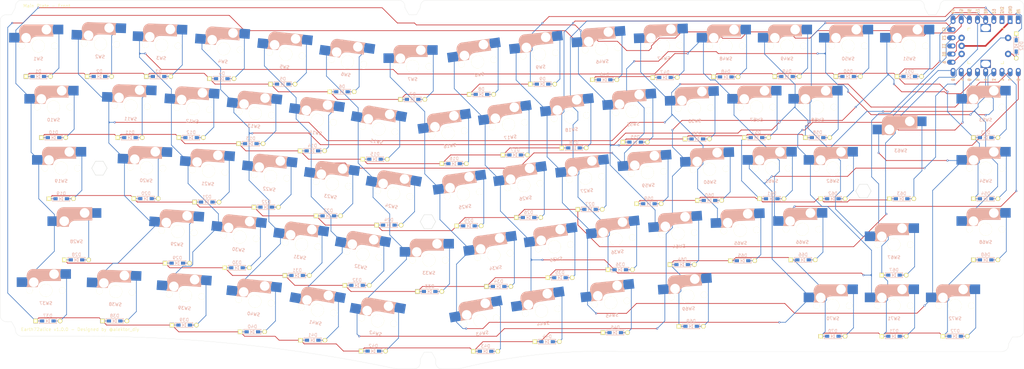
<source format=kicad_pcb>
(kicad_pcb (version 20240108) (generator "pcbnew") (generator_version "8.0")
  (layers (0 "F.Cu" signal) (31 "B.Cu" signal) (34 "B.Paste" user) (35 "F.Paste" user) (36 "B.SilkS" user "B.Silkscreen") (37 "F.SilkS" user "F.Silkscreen") (38 "B.Mask" user) (39 "F.Mask" user) (44 "Edge.Cuts" user))
  (net 0 "")
  (net 1 "Net-(D1-A)")
  (net 2 "row0")
  (net 3 "Net-(D2-A)")
  (net 4 "Net-(D3-A)")
  (net 5 "Net-(D4-A)")
  (net 6 "Net-(D5-A)")
  (net 7 "Net-(D6-A)")
  (net 8 "Net-(D7-A)")
  (net 9 "Net-(D8-A)")
  (net 10 "Net-(D9-A)")
  (net 11 "row1")
  (net 12 "Net-(D10-A)")
  (net 13 "Net-(D11-A)")
  (net 14 "Net-(D12-A)")
  (net 15 "Net-(D13-A)")
  (net 16 "Net-(D14-A)")
  (net 17 "Net-(D15-A)")
  (net 18 "Net-(D16-A)")
  (net 19 "Net-(D17-A)")
  (net 20 "Net-(D18-A)")
  (net 21 "Net-(D19-A)")
  (net 22 "row2")
  (net 23 "Net-(D20-A)")
  (net 24 "Net-(D21-A)")
  (net 25 "Net-(D22-A)")
  (net 26 "Net-(D23-A)")
  (net 27 "Net-(D24-A)")
  (net 28 "Net-(D25-A)")
  (net 29 "Net-(D26-A)")
  (net 30 "Net-(D27-A)")
  (net 31 "Net-(D28-A)")
  (net 32 "row3")
  (net 33 "Net-(D29-A)")
  (net 34 "Net-(D30-A)")
  (net 35 "Net-(D31-A)")
  (net 36 "Net-(D32-A)")
  (net 37 "Net-(D33-A)")
  (net 38 "Net-(D34-A)")
  (net 39 "Net-(D35-A)")
  (net 40 "Net-(D36-A)")
  (net 41 "Net-(D37-A)")
  (net 42 "row4")
  (net 43 "Net-(D38-A)")
  (net 44 "Net-(D39-A)")
  (net 45 "Net-(D40-A)")
  (net 46 "Net-(D41-A)")
  (net 47 "Net-(D42-A)")
  (net 48 "Net-(D43-A)")
  (net 49 "Net-(D44-A)")
  (net 50 "Net-(D45-A)")
  (net 51 "row5")
  (net 52 "Net-(D46-A)")
  (net 53 "Net-(D47-A)")
  (net 54 "Net-(D48-A)")
  (net 55 "Net-(D49-A)")
  (net 56 "Net-(D50-A)")
  (net 57 "Net-(D51-A)")
  (net 58 "Net-(D52-A)")
  (net 59 "Net-(D53-A)")
  (net 60 "Net-(D54-A)")
  (net 61 "row6")
  (net 62 "Net-(D55-A)")
  (net 63 "Net-(D56-A)")
  (net 64 "Net-(D57-A)")
  (net 65 "Net-(D58-A)")
  (net 66 "Net-(D59-A)")
  (net 67 "Net-(D60-A)")
  (net 68 "Net-(D61-A)")
  (net 69 "Net-(D62-A)")
  (net 70 "Net-(D63-A)")
  (net 71 "Net-(D64-A)")
  (net 72 "row7")
  (net 73 "Net-(D65-A)")
  (net 74 "Net-(D66-A)")
  (net 75 "Net-(D67-A)")
  (net 76 "Net-(D68-A)")
  (net 77 "Net-(D69-A)")
  (net 78 "Net-(D70-A)")
  (net 79 "Net-(D71-A)")
  (net 80 "Net-(D72-A)")
  (net 81 "col0")
  (net 82 "col1")
  (net 83 "col2")
  (net 84 "col3")
  (net 85 "col4")
  (net 86 "col5")
  (net 87 "col6")
  (net 88 "col7")
  (net 89 "col8")
  (net 90 "GND")
  (net 91 "re-b")
  (net 92 "re-a")
  (footprint "kbd_Parts:Diode_TH_SMD" (layer "F.Cu") (at 137.82716 128.691373)
    (property "Reference" "D31")
    (property "Value" "D" (hide yes))
  )
  (footprint "kbd_Parts:Diode_TH_SMD" (layer "F.Cu") (at 219.744213 129.38645)
    (property "Reference" "D35")
    (property "Value" "D" (hide yes))
  )
  (footprint "kbd_SW:CherryMX_Hotswap_1u" (layer "F.Cu") (at 275.911877 114.646329 2)
    (property "Reference" "SW65")
    (property "Value" "SW_PUSH" (hide yes))
  )
  (footprint "kbd_Parts:Diode_TH_SMD" (layer "F.Cu") (at 238.529814 126.899824)
    (property "Reference" "D36")
    (property "Value" "D" (hide yes))
  )
  (footprint "kbd_SW:CherryMX_Hotswap_1u" (layer "F.Cu") (at 194.84592 142.819434 10)
    (property "Reference" "SW43")
    (property "Value" "SW_PUSH" (hide yes))
  )
  (footprint "kbd_SW:CherryMX_Hotswap_1u" (layer "F.Cu") (at 328.6125 57.15)
    (property "Reference" "SW51")
    (property "Value" "SW_PUSH" (hide yes))
  )
  (footprint "kbd_SW:CherryMX_Hotswap_1u" (layer "F.Cu") (at 189.612028 103.331052 8)
    (property "Reference" "SW25")
    (property "Value" "SW_PUSH" (hide yes))
  )
  (footprint "kbd_Parts:Diode_TH_SMD" (layer "F.Cu") (at 161.570827 152.26342)
    (property "Reference" "D42")
    (property "Value" "D" (hide yes))
  )
  (footprint "kbd_Parts:Diode_TH_SMD" (layer "F.Cu") (at 173.83125 73.81875)
    (property "Reference" "D7")
    (property "Value" "D" (hide yes))
  )
  (footprint "kbd_SW:CherryMX_Hotswap_1u" (layer "F.Cu") (at 90.915967 95.123485 -2)
    (property "Reference" "SW20")
    (property "Value" "SW_PUSH" (hide yes))
  )
  (footprint "kbd_SW:CherryMX_Hotswap_1u" (layer "F.Cu") (at 290.5125 57.15)
    (property "Reference" "SW49")
    (property "Value" "SW_PUSH" (hide yes))
  )
  (footprint "kbd_SW:CherryMX_Hotswap_1u" (layer "F.Cu") (at 100.663163 114.994619 -4)
    (property "Reference" "SW29")
    (property "Value" "SW_PUSH" (hide yes))
  )
  (footprint "kbd_Parts:Diode_TH_SMD" (layer "F.Cu") (at 247.463194 106.331434)
    (property "Reference" "D59")
    (property "Value" "D" (hide yes))
  )
  (footprint "kbd_SW:CherryMX_Hotswap_1.25u" (layer "F.Cu") (at 235.572546 137.157947 6)
    (property "Reference" "SW45")
    (property "Value" "SW_PUSH" (hide yes))
  )
  (footprint "kbd_Parts:Diode_TH_SMD" (layer "F.Cu") (at 85.725 85.725)
    (property "Reference" "D11")
    (property "Value" "D" (hide yes))
  )
  (footprint "kbd_SW:CherryMX_Hotswap_1u" (layer "F.Cu") (at 295.275 114.3)
    (property "Reference" "SW66")
    (property "Value" "SW_PUSH" (hide yes))
  )
  (footprint "kbd_Parts:Diode_TH_SMD" (layer "F.Cu") (at 80.9625 142.875)
    (property "Reference" "D38")
    (property "Value" "D" (hide yes))
  )
  (footprint "kbd_SW:CherryMX_Hotswap_1.25u" (layer "F.Cu") (at 103.00923 134.885494 -4)
    (property "Reference" "SW39")
    (property "Value" "SW_PUSH" (hide yes))
  )
  (footprint "kbd_Parts:Diode_TH_SMD" (layer "F.Cu") (at 200.637145 132.125709)
    (property "Reference" "D34")
    (property "Value" "D" (hide yes))
  )
  (footprint "kbd_Parts:Diode_TH_SMD" (layer "F.Cu") (at 179.130556 133.688403)
    (property "Reference" "D33")
    (property "Value" "D" (hide yes))
  )
  (footprint "kbd_Parts:Diode_TH_SMD" (layer "F.Cu") (at 215.736943 149.333519)
    (property "Reference" "D44")
    (property "Value" "D" (hide yes))
  )
  (footprint "kbd_Parts:Diode_TH_SMD" (layer "F.Cu") (at 214.3125 69.05625)
    (property "Reference" "D9")
    (property "Value" "D" (hide yes))
  )
  (footprint "kbd_Parts:Diode_TH_SMD" (layer "F.Cu") (at 280.9875 85.725)
    (property "Reference" "D57")
    (property "Value" "D" (hide yes))
  )
  (footprint "kbd_SW:CherryMX_Hotswap_1u" (layer "F.Cu") (at 81.292531 133.710318 -2)
    (property "Reference" "SW38")
    (property "Value" "SW_PUSH" (hide yes))
  )
  (footprint "kbd_SW:CherryMX_Hotswap_1u" (layer "F.Cu") (at 271.4625 57.15)
    (property "Reference" "SW48")
    (property "Value" "SW_PUSH" (hide yes))
  )
  (footprint "kbd_SW:CherryMX_Hotswap_1u" (layer "F.Cu") (at 280.9875 76.2)
    (property "Reference" "SW57")
    (property "Value" "SW_PUSH" (hide yes))
  )
  (footprint "kbd_Parts:Diode_TH_SMD" (layer "F.Cu") (at 209.959737 110.640812)
    (property "Reference" "D26")
    (property "Value" "D" (hide yes))
  )
  (footprint "kbd_Parts:Diode_TH_SMD" (layer "F.Cu") (at 233.663441 67.691959)
    (property "Reference" "D46")
    (property "Value" "D" (hide yes))
  )
  (footprint "kbd_Parts:Diode_TH_SMD" (layer "F.Cu") (at 352.425 123.825)
    (property "Reference" "D68")
    (property "Value" "D" (hide yes))
  )
  (footprint "kbd_SW:CherryMX_Hotswap_1u" (layer "F.Cu") (at 256.566275 115.666709 4)
    (property "Reference" "SW64")
    (property "Value" "SW_PUSH" (hide yes))
  )
  (footprint "kbd_Parts:Diode_TH_SMD" (layer "F.Cu") (at 166.415092 113.00037)
    (property "Reference" "D24")
    (property "Value" "D" (hide yes))
  )
  (footprint "kbd_SW:CherryMX_Hotswap_1u" (layer "F.Cu") (at 300.0375 76.2)
    (property "Reference" "SW58")
    (property "Value" "SW_PUSH" (hide yes))
  )
  (footprint "kbd_SW:CherryMX_Hotswap_1u" (layer "F.Cu") (at 95.606661 56.965006 -2)
    (property "Reference" "SW3")
    (property "Value" "SW_PUSH" (hide yes))
  )
  (footprint "kbd_SW:CherryMX_Hotswap_1u" (layer "F.Cu") (at 352.425 95.25)
    (property "Reference" "SW54")
    (property "Value" "SW_PUSH" (hide yes))
  )
  (footprint "kbd_Parts:Diode_TH_SMD" (layer "F.Cu") (at 109.6775 105.817823)
    (property "Reference" "D21")
    (property "Value" "D" (hide yes))
  )
  (footprint "kbd_SW:CherryMX_Hotswap_1u" (layer "F.Cu") (at 124.788368 78.18759 -6)
    (property "Reference" "SW13")
    (property "Value" "SW_PUSH" (hide yes))
  )
  (footprint "kbd_Parts:Diode_TH_SMD" (layer "F.Cu") (at 326.23125 104.775)
    (property "Reference" "D63")
    (property "Value" "D" (hide yes))
  )
  (footprint "kbd_Hole:m2_Spacer_Hole_hex" (layer "F.Cu") (at 76.2 95.25)
    (property "Reference" "Ref**" (hide yes))
    (property "Value" "Val**" (hide yes))
    (fp_line (start -2.4 0) (end -1.2 2.15) (stroke (width 0.1)) (layer "Edge.Cuts"))
    (fp_line (start -1.2 -2.15) (end -2.4 0) (stroke (width 0.1)) (layer "Edge.Cuts"))
    (fp_line (start -1.2 2.15) (end 1.2 2.15) (stroke (width 0.1)) (layer "Edge.Cuts"))
    (fp_line (start 1.2 -2.15) (end -1.2 -2.15) (stroke (width 0.1)) (layer "Edge.Cuts"))
    (fp_line (start 1.2 2.15) (end 2.4 0) (stroke (width 0.1)) (layer "Edge.Cuts"))
    (fp_line (start 2.4 0) (end 1.2 -2.15) (stroke (width 0.1)) (layer "Edge.Cuts"))
  )
  (footprint "kbd_SW:CherryMX_Hotswap_1u" (layer "F.Cu") (at 237.245517 117.385588 6)
    (property "Reference" "SW36")
    (property "Value" "SW_PUSH" (hide yes))
  )
  (footprint "kbd_Parts:Diode_TH_SMD" (layer "F.Cu") (at 147.538965 110.108178)
    (property "Reference" "D23")
    (property "Value" "D" (hide yes))
  )
  (footprint "kbd_SW:CherryMX_Hotswap_1u" (layer "F.Cu") (at 153.54398 62.127129 -8)
    (property "Reference" "SW6")
    (property "Value" "SW_PUSH" (hide yes))
  )
  (footprint "kbd_Parts:Diode_TH_SMD" (layer "F.Cu") (at 262.539938 86.140077)
    (property "Reference" "D56")
    (property "Value" "D" (hide yes))
  )
  (footprint "kbd_Parts:Diode_TH_SMD" (layer "F.Cu") (at 236.966201 146.508658)
    (property "Reference" "D45")
    (property "Value" "D" (hide yes))
  )
  (footprint "kbd_SW:CherryMX_Hotswap_1u" (layer "F.Cu") (at 323.85 138.1125)
    (property "Reference" "SW71")
    (property "Value" "SW_PUSH" (hide yes))
  )
  (footprint "kbd_SW:CherryMX_Hotswap_1u" (layer "F.Cu") (at 304.8 138.1125)
    (property "Reference" "SW70")
    (property "Value" "SW_PUSH" (hide yes))
  )
  (footprint "kbd_Parts:Diode_TH_SMD" (layer "F.Cu") (at 361.95 57.15 -90)
    (property "Reference" "D52")
    (property "Value" "D" (hide yes))
  )
  (footprint "kbd_Parts:Diode_TH_SMD" (layer "F.Cu") (at 94.64375 66.675)
    (property "Reference" "D3")
    (property "Value" "D" (hide yes))
  )
  (footprint "kbd_SW:CherryMX_Hotswap_1u" (layer "F.Cu") (at 163.306288 83.049747 -10)
    (property "Reference" "SW15")
    (property "Value" "SW_PUSH" (hide yes))
  )
  (footprint "kbd_Parts:Diode_TH_SMD" (layer "F.Cu") (at 229.113611 108.09787)
    (property "Reference" "D27")
    (property "Value" "D" (hide yes))
  )
  (footprint "kbd_SW:CherryMX_Hotswap_1u" (layer "F.Cu") (at 285.75 95.25)
    (property "Reference" "SW61")
    (property "Value" "SW_PUSH" (hide yes))
  )
  (footprint "kbd_SW:CherryMX_Hotswap_1u" (layer "F.Cu") (at 266.381331 95.589088 2)
    (property "Reference" "SW60")
    (property "Value" "SW_PUSH" (hide yes))
  )
  (footprint "kbd_SW:CherryMX_Hotswap_1u" (layer "F.Cu") (at 86.032329 75.89267 -2)
    (property "Reference" "SW11")
    (property "Value" "SW_PUSH" (hide yes))
  )
  (footprint "kbd_Parts:Diode_TH_SMD" (layer "F.Cu") (at 60.1375 142.875)
    (property "Reference" "D37")
    (property "Value" "D" (hide yes))
  )
  (footprint "kbd_SW:CherryMX_Hotswap_1.25u" (layer "F.Cu") (at 259.584533 135.068878 4)
    (property "Reference" "SW69")
    (property "Value" "SW_PUSH" (hide yes))
  )
  (footprint "kbd_Parts:Diode_TH_SMD" (layer "F.Cu") (at 90.726034 104.733533)
    (property "Reference" "D20")
    (property "Value" "D" (hide yes))
  )
  (footprint "kbd_SW:CherryMX_Hotswap_1u" (layer "F.Cu") (at 208.474911 100.677349 8)
    (property "Reference" "SW26")
    (property "Value" "SW_PUSH" (hide yes))
  )
  (footprint "kbd_SW:CherryMX_Hotswap_1u" (layer "F.Cu") (at 213.323877 59.768557 6)
    (property "Reference" "SW9")
    (property "Value" "SW_PUSH" (hide yes))
  )
  (footprint "kbd_Parts:Diode_TH_SMD" (layer "F.Cu") (at 102.622021 144.152937)
    (property "Reference" "D39")
    (property "Value" "D" (hide yes))
  )
  (footprint "kbd_Parts:Diode_TH_SMD" (layer "F.Cu") (at 123.394321 87.60824)
    (property "Reference" "D13")
    (property "Value" "D" (hide yes))
  )
  (footprint "kbd_Parts:Diode_TH_SMD" (layer "F.Cu") (at 61.9125 85.725)
    (property "Reference" "D10")
    (property "Value" "D" (hide yes))
  )
  (footprint "kbd_Parts:Diode_TH_SMD" (layer "F.Cu") (at 142.684773 148.877392)
    (property "Reference" "D41")
    (property "Value" "D" (hide yes))
  )
  (footprint "kbd_Parts:Diode_TH_SMD" (layer "F.Cu") (at 162.096203 92.459012)
    (property "Reference" "D15")
    (property "Value" "D" (hide yes))
  )
  (footprint "kbd_SW:CherryMX_Hotswap_1u" (layer "F.Cu") (at 227.712028 98.318777 6)
    (property "Reference" "SW27")
    (property "Value" "SW_PUSH" (hide yes))
  )
  (footprint "kbd_SW:CherryMX_Hotswap_1u" (layer "F.Cu") (at 76.531995 56.522014 -2)
    (property "Reference" "SW2")
    (property "Value" "SW_PUSH" (hide yes))
  )
  (footprint "kbd_SW:CherryMX_Hotswap_1u" (layer "F.Cu") (at 352.425 76.2)
    (property "Reference" "SW53")
    (property "Value" "SW_PUSH" (hide yes))
  )
  (footprint "kbd_SW:CherryMX_Hotswap_1u" (layer "F.Cu") (at 261.63017 76.547309 2)
    (property "Reference" "SW56")
    (property "Value" "SW_PUSH" (hide yes))
  )
  (footprint "kbd_SW:CherryMX_Hotswap_1u" (layer "F.Cu") (at 167.930732 103.202348 -10)
    (property "Reference" "SW24")
    (property "Value" "SW_PUSH" (hide yes))
  )
  (footprint "kbd_SW:CherryMX_Hotswap_1u" (layer "F.Cu") (at 342.9 138.1125)
    (property "Reference" "SW72")
    (property "Value" "SW_PUSH" (hide yes))
  )
  (footprint "kbd_Parts:Diode_TH_SMD" (layer "F.Cu") (at 119.083025 126.289182)
    (property "Reference" "D30")
    (property "Value" "D" (hide yes))
  )
  (footprint "kbd_Parts:Diode_TH_SMD" (layer "F.Cu") (at 328.6125 66.675)
    (property "Reference" "D51")
    (property "Value" "D" (hide yes))
  )
  (footprint "kbd_Parts:Diode_TH_SMD" (layer "F.Cu") (at 114.341466 67.359814)
    (property "Reference" "D4")
    (property "Value" "D" (hide yes))
  )
  (footprint "kbd_SW:CherryMX_Hotswap_1u" (layer "F.Cu") (at 110.253939 96.141946 -4)
    (property "Reference" "SW21")
    (property "Value" "SW_PUSH" (hide yes))
  )
  (footprint "kbd_Hole:m2_Spacer_Hole_hex" (layer "F.Cu") (at 178.59375 111.91875)
    (property "Reference" "Ref**" (hide yes))
    (property "Value" "Val**" (hide yes))
    (fp_line (start -2.4 0) (end -1.2 2.15) (stroke (width 0.1)) (layer "Edge.Cuts"))
    (fp_line (start -1.2 -2.15) (end -2.4 0) (stroke (width 0.1)) (layer "Edge.Cuts"))
    (fp_line (start -1.2 2.15) (end 1.2 2.15) (stroke (width 0.1)) (layer "Edge.Cuts"))
    (fp_line (start 1.2 -2.15) (end -1.2 -2.15) (stroke (width 0.1)) (layer "Edge.Cuts"))
    (fp_line (start 1.2 2.15) (end 2.4 0) (stroke (width 0.1)) (layer "Edge.Cuts"))
    (fp_line (start 2.4 0) (end 1.2 -2.15) (stroke (width 0.1)) (layer "Edge.Cuts"))
  )
  (footprint "isw-kbd:RP2040-Zero-THT-2" (layer "F.Cu") (at 352.425 57.15 -90)
    (property "Reference" "U1" (hide yes))
    (property "Value" "RP2040-Zero" (hide yes))
  )
  (footprint "kbd_Parts:Diode_TH_SMD" (layer "F.Cu") (at 76.2 66.675)
    (property "Reference" "D2")
    (property "Value" "D" (hide yes))
  )
  (footprint "kbd_Parts:Diode_TH_SMD" (layer "F.Cu") (at 323.85 128.5875)
    (property "Reference" "D67")
    (property "Value" "D" (hide yes))
  )
  (footprint "kbd_Parts:Diode_TH_SMD" (layer "F.Cu") (at 252.466898 66.97861)
    (property "Reference" "D47")
    (property "Value" "D" (hide yes))
  )
  (footprint "kbd_Parts:Diode_TH_SMD" (layer "F.Cu") (at 257.822716 125.303426)
    (property "Reference" "D64")
    (property "Value" "D" (hide yes))
  )
  (footprint "kbd_SW:CherryMX_Hotswap_1u" (layer "F.Cu") (at 232.658528 58.053285 4)
    (property "Reference" "SW46")
    (property "Value" "SW_PUSH" (hide yes))
  )
  (footprint "kbd_SW:CherryMX_Hotswap_1u" (layer "F.Cu") (at 218.009732 119.741474 8)
    (property "Reference" "SW35")
    (property "Value" "SW_PUSH" (hide yes))
  )
  (footprint "kbd_SW:CherryMX_Hotswap_1u" (layer "F.Cu") (at 242.270853 77.569949 4)
    (property "Reference" "SW55")
    (property "Value" "SW_PUSH" (hide yes))
  )
  (footprint "kbd_Hole:m2_Spacer_Hole_hex" (layer "F.Cu") (at 314.325 102.39375)
    (property "Reference" "Ref**" (hide yes))
    (property "Value" "Val**" (hide yes))
    (fp_line (start -2.4 0) (end -1.2 2.15) (stroke (width 0.1)) (layer "Edge.Cuts"))
    (fp_line (start -1.2 -2.15) (end -2.4 0) (stroke (width 0.1)) (layer "Edge.Cuts"))
    (fp_line (start -1.2 2.15) (end 1.2 2.15) (stroke (width 0.1)) (layer "Edge.Cuts"))
    (fp_line (start 1.2 -2.15) (end -1.2 -2.15) (stroke (width 0.1)) (layer "Edge.Cuts"))
    (fp_line (start 1.2 2.15) (end 2.4 0) (stroke (width 0.1)) (layer "Edge.Cuts"))
    (fp_line (start 2.4 0) (end 1.2 -2.15) (stroke (width 0.1)) (layer "Edge.Cuts"))
  )
  (footprint "kbd_SW:CherryMX_Hotswap_1.5u" (layer "F.Cu") (at 61.9125 76.2)
    (property "Reference" "SW10")
    (property "Value" "SW_PUSH" (hide yes))
  )
  (footprint "kbd_Parts:Diode_TH_SMD" (layer "F.Cu") (at 300.0375 85.725)
    (property "Reference" "D58")
    (property "Value" "D" (hide yes))
  )
  (footprint "kbd_Parts:Diode_TH_SMD" (layer "F.Cu") (at 133.35 69.05625)
    (property "Reference" "D5")
    (property "Value" "D" (hide yes))
  )
  (footprint "kbd_SW:CherryMX_Hotswap_1u" (layer "F.Cu") (at 352.425 114.3)
    (property "Reference" "SW68")
    (property "Value" "SW_PUSH" (hide yes))
  )
  (footprint "kbd_Parts:Diode_TH_SMD" (layer "F.Cu") (at 224.109907 88.931065)
    (property "Reference" "D18")
    (property "Value" "D" (hide yes))
  )
  (footprint "kbd_SW:CherryMX_Hotswap_1.25u" (layer "F.Cu") (at 59.53125 133.35)
    (property "Reference" "SW37")
    (property "Value" "SW_PUSH" (hide yes))
  )
  (footprint "kbd_SW:CherryMX_Hotswap_1u" (layer "F.Cu") (at 114.962996 58.027626 -4)
    (property "Reference" "SW4")
    (property "Value" "SW_PUSH" (hide yes))
  )
  (footprint "kbd_SW:CherryMX_Hotswap_1u" (layer "F.Cu") (at 213.994454 139.76213 8)
    (property "Reference" "SW44")
    (property "Value" "SW_PUSH" (hide yes))
  )
  (footprint "kbd_Parts:Diode_TH_SMD" (layer "F.Cu") (at 196.562129 152.329584)
    (property "Reference" "D43")
    (property "Value" "D" (hide yes))
  )
  (footprint "kbd_SW:CherryMX_Hotswap_1u" (layer "F.Cu") (at 124.67629 136.756859 -6)
    (property "Reference" "SW40")
    (property "Value" "SW_PUSH" (hide yes))
  )
  (footprint "kbd_Parts:Diode_TH_SMD" (layer "F.Cu") (at 128.182685 107.397453)
    (property "Reference" "D22")
    (property "Value" "D" (hide yes))
  )
  (footprint "kbd_Parts:Diode_TH_SMD" (layer "F.Cu") (at 191.37162 113.231311)
    (property "Reference" "D25")
    (property "Value" "D" (hide yes))
  )
  (footprint "kbd_Parts:Diode_TH_SMD" (layer "F.Cu") (at 57.15 66.675)
    (property "Reference" "D1")
    (property "Value" "D" (hide yes))
  )
  (footprint "kbd_Parts:Diode_TH_SMD" (layer "F.Cu") (at 352.425 104.775)
    (property "Reference" "D54")
    (property "Value" "D" (hide yes))
  )
  (footprint "kbd_SW:CherryMX_Hotswap_1u" (layer "F.Cu") (at 129.545493 97.830564 -6)
    (property "Reference" "SW22")
    (property "Value" "SW_PUSH" (hide yes))
  )
  (footprint "kbd_Parts:Diode_TH_SMD" (layer "F.Cu") (at 304.8 147.6375)
    (property "Reference" "D70")
    (property "Value" "D" (hide yes))
  )
  (footprint "kbd_SW:CherryMX_Hotswap_1u" (layer "F.Cu") (at 134.311968 59.72957 -6)
    (property "Reference" "SW5")
    (property "Value" "SW_PUSH" (hide yes))
  )
  (footprint "kbd_Parts:Diode_TH_SMD" (layer "F.Cu") (at 195.2625 72.252052)
    (property "Reference" "D8")
    (property "Value" "D" (hide yes))
  )
  (footprint "kbd_Parts:Diode_TH_SMD" (layer "F.Cu") (at 100.484644 124.852222)
    (property "Reference" "D29")
    (property "Value" "D" (hide yes))
  )
  (footprint "kbd_SW:CherryMX_Hotswap_1u" (layer "F.Cu") (at 203.726461 81.678804 8)
    (property "Reference" "SW17")
    (property "Value" "SW_PUSH" (hide yes))
  )
  (footprint "kbd_SW:CherryMX_Hotswap_1u" (layer "F.Cu") (at 309.5625 57.15)
    (property "Reference" "SW50")
    (property "Value" "SW_PUSH" (hide yes))
  )
  (footprint "kbd_Parts:Diode_TH_SMD" (layer "F.Cu") (at 295.507639 123.825)
    (property "Reference" "D66")
    (property "Value" "D" (hide yes))
  )
  (footprint "kbd_SW:CherryMX_Hotswap_1u" (layer "F.Cu") (at 158.333134 122.111716 -10)
    (property "Reference" "SW32")
    (property "Value" "SW_PUSH" (hide yes))
  )
  (footprint "kbd_Parts:Diode_TH_SMD" (layer "F.Cu") (at 186.742278 93.851085)
    (property "Reference" "D16")
    (property "Value" "D" (hide yes))
  )
  (footprint "kbd_Parts:Diode_TH_SMD" (layer "F.Cu") (at 304.8 104.775)
    (property "Reference" "D62")
    (property "Value" "D" (hide yes))
  )
  (footprint "kbd_Parts:Diode_TH_SMD" (layer "F.Cu") (at 276.656625 124.091316)
    (property "Reference" "D65")
    (property "Value" "D" (hide yes))
  )
  (footprint "kbd_Parts:Diode_TH_SMD" (layer "F.Cu") (at 260.62057 144.540231)
    (property "Reference" "D69")
    (property "Value" "D" (hide yes))
  )
  (footprint "kbd_SW:CherryMX_Hotswap_1u" (layer "F.Cu") (at 162.9483 142.821353 -10)
    (property "Reference" "SW42")
    (property "Value" "SW_PUSH" (hide yes))
  )
  (footprint "kbd_Parts:Diode_TH_SMD" (layer "F.Cu") (at 266.34199 105.304212)
    (property "Reference" "D60")
    (property "Value" "D" (hide yes))
  )
  (footprint "kbd_SW:CherryMX_Hotswap_1u" (layer "F.Cu") (at 247.022014 96.621937 4)
    (property "Reference" "SW59")
    (property "Value" "SW_PUSH" (hide yes))
  )
  (footprint "kbd_SW:CherryMX_Hotswap_1u" (layer "F.Cu") (at 173.829379 63.540992)
    (property "Reference" "SW7")
    (property "Value" "SW_PUSH" (hide yes))
  )
  (footprint "kbd_SW:CherryMX_Hotswap_1u" (layer "F.Cu") (at 222.965837 79.273882 6)
    (property "Reference" "SW18")
    (property "Value" "SW_PUSH" (hide yes))
  )
  (footprint "kbd_Parts:Diode_TH_SMD" (layer "F.Cu") (at 342.9 147.6375)
    (property "Reference" "D72")
    (property "Value" "D" (hide yes))
  )
  (footprint "kbd_Parts:Diode_TH_SMD" (layer "F.Cu") (at 156.508888 131.7677)
    (property "Reference" "D32")
    (property "Value" "D" (hide yes))
  )
  (footprint "kbd_Parts:Diode_TH_SMD" (layer "F.Cu") (at 243.178734 87.136095)
    (property "Reference" "D55")
    (property "Value" "D" (hide yes))
  )
  (footprint "kbd_Parts:Diode_TH_SMD" (layer "F.Cu") (at 309.5625 66.675)
    (property "Reference" "D50")
    (property "Value" "D" (hide yes))
  )
  (footprint "kbd_Parts:Diode_TH_SMD" (layer "F.Cu") (at 69.05625 123.825)
    (property "Reference" "D28")
    (property "Value" "D" (hide yes))
  )
  (footprint "kbd_SW:CherryMX_Hotswap_1u" (layer "F.Cu") (at 304.8 95.25)
    (property "Reference" "SW62")
    (property "Value" "SW_PUSH" (hide yes))
  )
  (footprint "kbd_Parts:Diode_TH_SMD" (layer "F.Cu") (at 142.56627 89.856332)
    (property "Reference" "D14")
    (property "Value" "D" (hide yes))
  )
  (footprint "kbd_Parts:Diode_TH_SMD" (layer "F.Cu") (at 205.767916 91.125509)
    (property "Reference" "D17")
    (property "Value" "D" (hide yes))
  )
  (footprint "kbd_Parts:Diode_TH_SMD" (layer "F.Cu") (at 151.79375 71.4375)
    (property "Reference" "D6")
    (property "Value" "D" (hide yes))
  )
  (footprint "kbd_SW:CherryMX_Hotswap_1u" (layer "F.Cu") (at 57.15 57.15)
    (property "Reference" "SW1")
    (property "Value" "SW_PUSH" (hide yes))
  )
  (footprint "kbd_SW:CherryMX_Hotswap_ISO" (layer "F.Cu") (at 326.23125 85.725 90)
    (property "Reference" "SW63")
    (property "Value" "SW_PUSH" (hide yes))
  )
  (footprint "kbd_SW:CherryMX_Hotswap_1u" (layer "F.Cu") (at 184.889509 84.322027 8)
    (property "Reference" "SW16")
    (property "Value" "SW_PUSH" (hide yes))
  )
  (footprint "kbd_Parts:Diode_TH_SMD" (layer "F.Cu") (at 104.775 85.725)
    (property "Reference" "D12")
    (property "Value" "D" (hide yes))
  )
  (footprint "kbd_SW:CherryMX_Hotswap_1u" (layer "F.Cu") (at 251.983241 57.065657 2)
    (property "Reference" "SW47")
    (property "Value" "SW_PUSH" (hide yes))
  )
  (footprint "kbd_SW:CherryMX_Hotswap_1u" (layer "F.Cu") (at 144.101741 80.259522 -8)
    (property "Reference" "SW14")
    (property "Value" "SW_PUSH" (hide yes))
  )
  (footprint "kbd_SW:CherryMX_Hotswap_1u" (layer "F.Cu") (at 148.788844 100.168649 -8)
    (property "Reference" "SW23")
    (property "Value" "SW_PUSH" (hide yes))
  )
  (footprint "kbd_Parts:Diode_TH_SMD" (layer "F.Cu") (at 290.5125 66.675)
    (property "Reference" "D49")
    (property "Value" "D" (hide yes))
  )
  (footprint "kbd_Parts:RotaryEncoder_EC12E" (layer "F.Cu") (at 352.425 57.15)
    (property "Reference" "SW52")
    (property "Value" "SW_PUSH")
  )
  (footprint "kbd_Parts:Diode_TH_SMD" (layer "F.Cu") (at 123.869887 146.252268)
    (property "Reference" "D40")
    (property "Value" "D" (hide yes))
  )
  (footprint "kbd_SW:CherryMX_Hotswap_2.25u" (layer "F.Cu") (at 69.05625 114.3)
    (property "Reference" "SW28")
    (property "Value" "SW_PUSH" (hide yes))
  )
  (footprint "kbd_SW:CherryMX_Hotswap_1u" (layer "F.Cu") (at 199.142811 122.401723 8)
    (property "Reference" "SW34")
    (property "Value" "SW_PUSH" (hide yes))
  )
  (footprint "kbd_Parts:Diode_TH_SMD" (layer "F.Cu") (at 352.425 85.725)
    (property "Reference" "D53")
    (property "Value" "D" (hide yes))
  )
  (footprint "kbd_Parts:Diode_TH_SMD" (layer "F.Cu") (at 285.75 104.775)
    (property "Reference" "D61")
    (property "Value" "D" (hide yes))
  )
  (footprint "kbd_SW:CherryMX_Hotswap_1u" (layer "F.Cu") (at 144.199742 139.496118 -10)
    (property "Reference" "SW41")
    (property "Value" "SW_PUSH" (hide yes))
  )
  (footprint "kbd_Parts:Diode_TH_SMD" (layer "F.Cu") (at 323.85 147.6375)
    (property "Reference" "D71")
    (property "Value" "D" (hide yes))
  )
  (footprint "kbd_SW:CherryMX_Hotswap_1u" (layer "F.Cu") (at 139.209137 119.065481 -8)
    (property "Reference" "SW31")
    (property "Value" "SW_PUSH" (hide yes))
  )
  (footprint "kbd_Parts:Diode_TH_SMD" (layer "F.Cu") (at 271.431296 66.791805)
    (property "Reference" "D48")
    (property "Value" "D" (hide yes))
  )
  (footprint "kbd_SW:CherryMX_Hotswap_1.75u" (layer "F.Cu") (at 64.29375 95.25)
    (property "Reference" "SW19")
    (property "Value" "SW_PUSH" (hide yes))
  )
  (footprint "kbd_Parts:Diode_TH_SMD" (layer "F.Cu") (at 64.29375 104.775)
    (property "Reference" "D19")
    (property "Value" "D" (hide yes))
  )
  (footprint "kbd_SW:CherryMX_Hotswap_1u" (layer "F.Cu") (at 105.437996 76.670639 -4)
    (property "Reference" "SW12")
    (property "Value" "SW_PUSH" (hide yes))
  )
  (footprint "kbd_SW:CherryMX_Hotswap_1u" (layer "F.Cu") (at 119.980384 116.688342 -6)
    (property "Reference" "SW30")
    (property "Value" "SW_PUSH" (hide yes))
  )
  (footprint "kbd_SW:CherryMX_Hotswap_1u" (layer "F.Cu") (at 323.85 119.0625)
    (property "Reference" "SW67")
    (property "Value" "SW_PUSH" (hide yes))
  )
  (footprint "kbd_SW:CherryMX_Hotswap_1u" (layer "F.Cu") (at 178.895974 123.913453)
    (property "Reference" "SW33")
    (property "Value" "SW_PUSH" (hide yes))
  )
  (footprint "kbd_SW:CherryMX_Hotswap_1u" (layer "F.Cu") (at 194.092264 62.130939 8)
    (property "Reference" "SW8")
    (property "Value" "SW_PUSH" (hide yes))
  )
  (gr_line (start 172.63125 47.39375) (end 175.03125 47.39375) (stroke (width 0.05)) (layer "Edge.Cuts"))
  (gr_arc (start 338.15625 44.8625) (mid 338.742012 43.448262) (end 340.15625 42.8625) (stroke (width 0.05)) (layer "Edge.Cuts"))
  (gr_arc (start 169.43125 42.8625) (mid 170.845454 43.448296) (end 171.43125 44.8625) (stroke (width 0.05)) (layer "Edge.Cuts"))
  (gr_line (start 334.55625 47.39375) (end 336.95625 47.39375) (stroke (width 0.05)) (layer "Edge.Cuts"))
  (gr_line (start 357.55 152.4) (end 238.125 152.4) (stroke (width 0.05)) (layer "Edge.Cuts"))
  (gr_arc (start 331.35625 42.8625) (mid 332.770488 43.448262) (end 333.35625 44.8625) (stroke (width 0.05)) (layer "Edge.Cuts"))
  (gr_line (start 331.35625 42.8625) (end 178.23125 42.8625) (stroke (width 0.05)) (layer "Edge.Cuts"))
  (gr_line (start 171.43125 45.24375) (end 171.43125 44.8625) (stroke (width 0.05)) (layer "Edge.Cuts"))
  (gr_line (start 169.43125 42.8625) (end 52.025 42.8625) (stroke (width 0.05)) (layer "Edge.Cuts"))
  (gr_line (start 177.39375 152.63125) (end 179.79375 152.63125) (stroke (width 0.05)) (layer "Edge.Cuts"))
  (gr_line (start 180.99375 155.826835) (end 180.99375 154.78125) (stroke (width 0.05)) (layer "Edge.Cuts"))
  (gr_line (start 45.24375 49.39375) (end 45.24375 141.10625) (stroke (width 0.05)) (layer "Edge.Cuts"))
  (gr_line (start 360.75 147.86875) (end 362.33125 147.86875) (stroke (width 0.05)) (layer "Edge.Cuts"))
  (gr_arc (start 188.092757 157.826835) (mid 212.918555 153.358745) (end 238.125 152.4) (stroke (width 0.05)) (layer "Edge.Cuts"))
  (gr_line (start 52.025 147.6375) (end 71.4375 147.6375) (stroke (width 0.05)) (layer "Edge.Cuts"))
  (gr_arc (start 176.23125 44.8625) (mid 176.817046 43.448296) (end 178.23125 42.8625) (stroke (width 0.05)) (layer "Edge.Cuts"))
  (gr_line (start 50.025 45.24375) (end 50.025 44.8625) (stroke (width 0.05)) (layer "Edge.Cuts"))
  (gr_line (start 359.55 150.01875) (end 359.55 150.4) (stroke (width 0.05)) (layer "Edge.Cuts"))
  (gr_arc (start 47.24375 143.10625) (mid 45.829512 142.520488) (end 45.24375 141.10625) (stroke (width 0.05)) (layer "Edge.Cuts"))
  (gr_arc (start 362.33125 42.8625) (mid 363.745464 43.448286) (end 364.33125 44.8625) (stroke (width 0.05)) (layer "Edge.Cuts"))
  (gr_line (start 333.35625 45.24375) (end 334.55625 47.39375) (stroke (width 0.05)) (layer "Edge.Cuts"))
  (gr_line (start 50.025 145.25625) (end 50.025 145.6375) (stroke (width 0.05)) (layer "Edge.Cuts"))
  (gr_arc (start 176.19375 155.826835) (mid 175.607988 157.241073) (end 174.19375 157.826835) (stroke (width 0.05)) (layer "Edge.Cuts"))
  (gr_line (start 168.928349 157.826835) (end 174.19375 157.826835) (stroke (width 0.05)) (layer "Edge.Cuts"))
  (gr_arc (start 182.99375 157.826835) (mid 181.579512 157.241073) (end 180.99375 155.826835) (stroke (width 0.05)) (layer "Edge.Cuts"))
  (gr_line (start 338.15625 45.24375) (end 338.15625 44.8625) (stroke (width 0.05)) (layer "Edge.Cuts"))
  (gr_line (start 176.19375 154.78125) (end 177.39375 152.63125) (stroke (width 0.05)) (layer "Edge.Cuts"))
  (gr_arc (start 50.025 44.8625) (mid 50.610789 43.448304) (end 52.025 42.8625) (stroke (width 0.05)) (layer "Edge.Cuts"))
  (gr_line (start 171.43125 45.24375) (end 172.63125 47.39375) (stroke (width 0.05)) (layer "Edge.Cuts"))
  (gr_arc (start 359.55 150.4) (mid 358.964211 151.814196) (end 357.55 152.4) (stroke (width 0.05)) (layer "Edge.Cuts"))
  (gr_line (start 360.75 147.86875) (end 359.55 150.01875) (stroke (width 0.05)) (layer "Edge.Cuts"))
  (gr_arc (start 364.33125 145.86875) (mid 363.745454 147.282954) (end 362.33125 147.86875) (stroke (width 0.05)) (layer "Edge.Cuts"))
  (gr_arc (start 52.025 147.6375) (mid 50.610754 147.051731) (end 50.025 145.6375) (stroke (width 0.05)) (layer "Edge.Cuts"))
  (gr_line (start 188.092757 157.826835) (end 182.99375 157.826835) (stroke (width 0.05)) (layer "Edge.Cuts"))
  (gr_arc (start 45.24375 49.39375) (mid 45.829546 47.979546) (end 47.24375 47.39375) (stroke (width 0.05)) (layer "Edge.Cuts"))
  (gr_line (start 179.79375 152.63125) (end 180.99375 154.78125) (stroke (width 0.05)) (layer "Edge.Cuts"))
  (gr_line (start 336.95625 47.39375) (end 338.15625 45.24375) (stroke (width 0.05)) (layer "Edge.Cuts"))
  (gr_line (start 48.825 143.10625) (end 47.24375 143.10625) (stroke (width 0.05)) (layer "Edge.Cuts"))
  (gr_line (start 50.025 45.24375) (end 48.825 47.39375) (stroke (width 0.05)) (layer "Edge.Cuts"))
  (gr_line (start 364.33125 145.86875) (end 364.33125 44.8625) (stroke (width 0.05)) (layer "Edge.Cuts"))
  (gr_line (start 50.025 145.25625) (end 48.825 143.10625) (stroke (width 0.05)) (layer "Edge.Cuts"))
  (gr_arc (start 71.4375 147.6375) (mid 120.448438 150.191753) (end 168.928349 157.826835) (stroke (width 0.05)) (layer "Edge.Cuts"))
  (gr_line (start 48.825 47.39375) (end 47.24375 47.39375) (stroke (width 0.05)) (layer "Edge.Cuts"))
  (gr_line (start 176.23125 45.24375) (end 176.23125 44.8625) (stroke (width 0.05)) (layer "Edge.Cuts"))
  (gr_line (start 333.35625 45.24375) (end 333.35625 44.8625) (stroke (width 0.05)) (layer "Edge.Cuts"))
  (gr_line (start 340.15625 42.8625) (end 362.33125 42.8625) (stroke (width 0.05)) (layer "Edge.Cuts"))
  (gr_line (start 176.19375 154.78125) (end 176.19375 155.826835) (stroke (width 0.05)) (layer "Edge.Cuts"))
  (gr_line (start 175.03125 47.39375) (end 176.23125 45.24375) (stroke (width 0.05)) (layer "Edge.Cuts"))
  (gr_text "Main Plate - Front" (at 52.3875 45.24375 0) (layer "F.SilkS") (effects (font (size 1 1) (thickness 0.1)) (justify left bottom)))
  (gr_text "Earth72alice v1.0.0 - Designed by @alektor_diy" (at 51.703782 146.082215 0) (layer "F.SilkS") (effects (font (size 1 1) (thickness 0.1)) (justify left bottom)))
  (segment (start 63.58 64.055) (end 60.96 66.675) (width 0.2) (layer "B.Cu") (net 1))
  (segment (start 62.85 52.03) (end 63.58 52.76) (width 0.2) (layer "B.Cu") (net 1))
  (segment (start 58.925 66.675) (end 60.96 66.675) (width 0.2) (layer "B.Cu") (net 1))
  (segment (start 63.58 52.76) (end 63.58 64.055) (width 0.2) (layer "B.Cu") (net 1))
  (segment (start 73.3885 65.6765) (end 89.83525 65.6765) (width 0.2) (layer "F.Cu") (net 2))
  (segment (start 339.868014 47.99375) (end 216.325 47.99375) (width 0.2) (layer "F.Cu") (net 2))
  (segment (start 342.618014 45.24375) (end 339.868014 47.99375) (width 0.2) (layer "F.Cu") (net 2))
  (segment (start 129.54 69.05625) (end 131.92125 71.4375) (width 0.2) (layer "F.Cu") (net 2))
  (segment (start 71.3915 65.6765) (end 72.39 66.675) (width 0.2) (layer "F.Cu") (net 2))
  (segment (start 110.531466 67.359814) (end 112.227902 69.05625) (width 0.2) (layer "F.Cu") (net 2))
  (segment (start 131.92125 71.4375) (end 147.98375 71.4375) (width 0.2) (layer "F.Cu") (net 2))
  (segment (start 90.83375 66.675) (end 91.83225 65.6765) (width 0.2) (layer "F.Cu") (net 2))
  (segment (start 91.83225 65.6765) (end 108.848152 65.6765) (width 0.2) (layer "F.Cu") (net 2))
  (segment (start 112.227902 69.05625) (end 129.54 69.05625) (width 0.2) (layer "F.Cu") (net 2))
  (segment (start 108.848152 65.6765) (end 110.531466 67.359814) (width 0.2) (layer "F.Cu") (net 2))
  (segment (start 216.325 47.99375) (end 214.3125 50.00625) (width 0.2) (layer "F.Cu") (net 2))
  (segment (start 54.3385 65.6765) (end 71.3915 65.6765) (width 0.2) (layer "F.Cu") (net 2))
  (segment (start 89.83525 65.6765) (end 90.83375 66.675) (width 0.2) (layer "F.Cu") (net 2))
  (segment (start 72.39 66.675) (end 73.3885 65.6765) (width 0.2) (layer "F.Cu") (net 2))
  (segment (start 170.02125 73.81875) (end 171.587948 72.252052) (width 0.2) (layer "F.Cu") (net 2))
  (segment (start 150.365 73.81875) (end 170.02125 73.81875) (width 0.2) (layer "F.Cu") (net 2))
  (segment (start 171.587948 72.252052) (end 191.4525 72.252052) (width 0.2) (layer "F.Cu") (net 2))
  (segment (start 352.425 45.24375) (end 342.618014 45.24375) (width 0.2) (layer "F.Cu") (net 2))
  (segment (start 191.4525 72.252052) (end 194.648302 69.05625) (width 0.2) (layer "F.Cu") (net 2))
  (segment (start 53.34 66.675) (end 54.3385 65.6765) (width 0.2) (layer "F.Cu") (net 2))
  (segment (start 147.98375 71.4375) (end 150.365 73.81875) (width 0.2) (layer "F.Cu") (net 2))
  (segment (start 194.648302 69.05625) (end 210.5025 69.05625) (width 0.2) (layer "F.Cu") (net 2))
  (via (at 352.425 45.24375) (size 0.6) (drill 0.3) (layers "F.Cu" "B.Cu") (net 2))
  (via (at 214.3125 50.00625) (size 0.6) (drill 0.3) (layers "F.Cu" "B.Cu") (net 2))
  (segment (start 354.965 49.48) (end 354.965 47.78375) (width 0.2) (layer "B.Cu") (net 2))
  (segment (start 211.119246 58.40702) (end 210.5025 59.023766) (width 0.2) (layer "B.Cu") (net 2))
  (segment (start 131.575 69.05625) (end 129.54 69.05625) (width 0.2) (layer "B.Cu") (net 2))
  (segment (start 214.3125 50.00625) (end 211.119246 53.199504) (width 0.2) (layer "B.Cu") (net 2))
  (segment (start 211.119246 53.199504) (end 211.119246 58.40702) (width 0.2) (layer "B.Cu") (net 2))
  (segment (start 147.98375 71.4375) (end 150.01875 71.4375) (width 0.2) (layer "B.Cu") (net 2))
  (segment (start 212.5375 69.05625) (end 210.5025 69.05625) (width 0.2) (layer "B.Cu") (net 2))
  (segment (start 193.4875 72.252052) (end 191.4525 72.252052) (width 0.2) (layer "B.Cu") (net 2))
  (segment (start 354.965 47.78375) (end 352.425 45.24375) (width 0.2) (layer "B.Cu") (net 2))
  (segment (start 53.34 66.675) (end 55.375 66.675) (width 0.2) (layer "B.Cu") (net 2))
  (segment (start 210.5025 59.023766) (end 210.5025 69.05625) (width 0.2) (layer "B.Cu") (net 2))
  (segment (start 74.425 66.675) (end 72.39 66.675) (width 0.2) (layer "B.Cu") (net 2))
  (segment (start 92.86875 66.675) (end 90.83375 66.675) (width 0.2) (layer "B.Cu") (net 2))
  (segment (start 172.05625 73.81875) (end 170.02125 73.81875) (width 0.2) (layer "B.Cu") (net 2))
  (segment (start 112.566466 67.359814) (end 110.531466 67.359814) (width 0.2) (layer "B.Cu") (net 2))
  (segment (start 82.407208 51.60406) (end 80.01 54.001268) (width 0.2) (layer "B.Cu") (net 3))
  (segment (start 80.01 66.675) (end 77.975 66.675) (width 0.2) (layer "B.Cu") (net 3))
  (segment (start 80.01 54.001268) (end 80.01 66.675) (width 0.2) (layer "B.Cu") (net 3))
  (segment (start 98.45375 66.675) (end 96.41875 66.675) (width 0.2) (layer "B.Cu") (net 4))
  (segment (start 102.033566 63.095184) (end 98.45375 66.675) (width 0.2) (layer "B.Cu") (net 4))
  (segment (start 102.033566 52.598744) (end 102.033566 63.095184) (width 0.2) (layer "B.Cu") (net 4))
  (segment (start 101.481874 52.047052) (end 102.033566 52.598744) (width 0.2) (layer "B.Cu") (net 4))
  (segment (start 121.380621 64.130659) (end 118.151466 67.359814) (width 0.2) (layer "B.Cu") (net 5))
  (segment (start 118.151466 67.359814) (end 116.116466 67.359814) (width 0.2) (layer "B.Cu") (net 5))
  (segment (start 121.380621 53.692067) (end 121.380621 64.130659) (width 0.2) (layer "B.Cu") (net 5))
  (segment (start 121.006264 53.31771) (end 121.380621 53.692067) (width 0.2) (layer "B.Cu") (net 5))
  (segment (start 140.714139 65.502111) (end 137.16 69.05625) (width 0.2) (layer "B.Cu") (net 6))
  (segment (start 140.714139 55.43164) (end 140.714139 65.502111) (width 0.2) (layer "B.Cu") (net 6))
  (segment (start 140.515929 55.23343) (end 140.714139 55.43164) (width 0.2) (layer "B.Cu") (net 6))
  (segment (start 137.16 69.05625) (end 135.125 69.05625) (width 0.2) (layer "B.Cu") (net 6))
  (segment (start 159.901074 57.850243) (end 157.1625 60.588817) (width 0.2) (layer "B.Cu") (net 7))
  (segment (start 157.1625 60.588817) (end 157.1625 69.87875) (width 0.2) (layer "B.Cu") (net 7))
  (segment (start 157.1625 69.87875) (end 155.60375 71.4375) (width 0.2) (layer "B.Cu") (net 7))
  (segment (start 153.56875 71.4375) (end 155.60375 71.4375) (width 0.2) (layer "B.Cu") (net 7))
  (segment (start 179.529379 58.420992) (end 180.259379 59.150992) (width 0.2) (layer "B.Cu") (net 8))
  (segment (start 180.259379 71.200621) (end 177.64125 73.81875) (width 0.2) (layer "B.Cu") (net 8))
  (segment (start 177.64125 73.81875) (end 175.60625 73.81875) (width 0.2) (layer "B.Cu") (net 8))
  (segment (start 180.259379 59.150992) (end 180.259379 71.200621) (width 0.2) (layer "B.Cu") (net 8))
  (segment (start 199.0725 72.252052) (end 197.0375 72.252052) (width 0.2) (layer "B.Cu") (net 9))
  (segment (start 199.024226 56.26748) (end 200.472826 57.71608) (width 0.2) (layer "B.Cu") (net 9))
  (segment (start 200.472826 70.851726) (end 199.0725 72.252052) (width 0.2) (layer "B.Cu") (net 9))
  (segment (start 200.472826 57.71608) (end 200.472826 70.851726) (width 0.2) (layer "B.Cu") (net 9))
  (segment (start 219.726048 55.349375) (end 219.726048 67.452702) (width 0.2) (layer "B.Cu") (net 10))
  (segment (start 218.457466 54.080793) (end 219.726048 55.349375) (width 0.2) (layer "B.Cu") (net 10))
  (segment (start 219.726048 67.452702) (end 218.1225 69.05625) (width 0.2) (layer "B.Cu") (net 10))
  (segment (start 216.0875 69.05625) (end 218.1225 69.05625) (width 0.2) (layer "B.Cu") (net 10))
  (segment (start 102.84824 87.60824) (end 119.584321 87.60824) (width 0.2) (layer "F.Cu") (net 11))
  (segment (start 82.9135 84.7265) (end 99.9665 84.7265) (width 0.2) (layer "F.Cu") (net 11))
  (segment (start 342.430076 46.78) (end 339.803826 49.40625) (width 0.2) (layer "F.Cu") (net 11))
  (segment (start 80.9165 84.7265) (end 81.915 85.725) (width 0.2) (layer "F.Cu") (net 11))
  (segment (start 185.657854 91.125509) (end 201.957916 91.125509) (width 0.2) (layer "F.Cu") (net 11))
  (segment (start 339.803826 49.40625) (end 224.4375 49.40625) (width 0.2) (layer "F.Cu") (net 11))
  (segment (start 158.286203 92.459012) (end 159.678276 93.851085) (width 0.2) (layer "F.Cu") (net 11))
  (segment (start 58.1025 85.725) (end 59.101 84.7265) (width 0.2) (layer "F.Cu") (net 11))
  (segment (start 350.126849 46.78) (end 342.430076 46.78) (width 0.2) (layer "F.Cu") (net 11))
  (segment (start 59.101 84.7265) (end 80.9165 84.7265) (width 0.2) (layer "F.Cu") (net 11))
  (segment (start 119.584321 87.60824) (end 121.832413 89.856332) (width 0.2) (layer "F.Cu") (net 11))
  (segment (start 81.915 85.725) (end 82.9135 84.7265) (width 0.2) (layer "F.Cu") (net 11))
  (segment (start 204.15236 88.931065) (end 220.299907 88.931065) (width 0.2) (layer "F.Cu") (net 11))
  (segment (start 138.75627 89.856332) (end 141.35895 92.459012) (width 0.2) (layer "F.Cu") (net 11))
  (segment (start 159.678276 93.851085) (end 182.932278 93.851085) (width 0.2) (layer "F.Cu") (net 11))
  (segment (start 224.4375 49.40625) (end 223.8375 50.00625) (width 0.2) (layer "F.Cu") (net 11))
  (segment (start 121.832413 89.856332) (end 138.75627 89.856332) (width 0.2) (layer "F.Cu") (net 11))
  (segment (start 100.965 85.725) (end 102.84824 87.60824) (width 0.2) (layer "F.Cu") (net 11))
  (segment (start 182.932278 93.851085) (end 185.657854 91.125509) (width 0.2) (layer "F.Cu") (net 11))
  (segment (start 99.9665 84.7265) (end 100.965 85.725) (width 0.2) (layer "F.Cu") (net 11))
  (segment (start 201.957916 91.125509) (end 204.15236 88.931065) (width 0.2) (layer "F.Cu") (net 11))
  (segment (start 141.35895 92.459012) (end 158.286203 92.459012) (width 0.2) (layer "F.Cu") (net 11))
  (via (at 223.8375 50.00625) (size 0.6) (drill 0.3) (layers "F.Cu" "B.Cu") (net 11))
  (via (at 350.126849 46.78) (size 0.6) (drill 0.3) (layers "F.Cu" "B.Cu") (net 11))
  (segment (start 184.967278 93.851085) (end 182.932278 93.851085) (width 0.2) (layer "B.Cu") (net 11))
  (segment (start 222.334907 88.931065) (end 220.299907 88.931065) (width 0.2) (layer "B.Cu") (net 11))
  (segment (start 220.299907 78.373644) (end 220.299907 88.931065) (width 0.2) (layer "B.Cu") (net 11))
  (segment (start 160.321203 92.459012) (end 158.286203 92.459012) (width 0.2) (layer "B.Cu") (net 11))
  (segment (start 103 85.725) (end 100.965 85.725) (width 0.2) (layer "B.Cu") (net 11))
  (segment (start 83.95 85.725) (end 81.915 85.725) (width 0.2) (layer "B.Cu") (net 11))
  (segment (start 203.992916 91.125509) (end 201.957916 91.125509) (width 0.2) (layer "B.Cu") (net 11))
  (segment (start 221.002755 77.670796) (end 220.299907 78.373644) (width 0.2) (layer "B.Cu") (net 11))
  (segment (start 221.002755 52.840995) (end 221.002755 77.670796) (width 0.2) (layer "B.Cu") (net 11))
  (segment (start 350.126849 47.181849) (end 350.126849 46.78) (width 0.2) (layer "B.Cu") (net 11))
  (segment (start 121.619321 87.60824) (end 119.584321 87.60824) (width 0.2) (layer "B.Cu") (net 11))
  (segment (start 352.425 49.48) (end 350.126849 47.181849) (width 0.2) (layer "B.Cu") (net 11))
  (segment (start 223.8375 50.00625) (end 221.002755 52.840995) (width 0.2) (layer "B.Cu") (net 11))
  (segment (start 140.79127 89.856332) (end 138.75627 89.856332) (width 0.2) (layer "B.Cu") (net 11))
  (segment (start 60.1375 85.725) (end 58.1025 85.725) (width 0.2) (layer "B.Cu") (net 11))
  (segment (start 68.3425 71.81) (end 68.3425 83.105) (width 0.2) (layer "B.Cu") (net 12))
  (segment (start 65.7225 85.725) (end 63.6875 85.725) (width 0.2) (layer "B.Cu") (net 12))
  (segment (start 67.6125 71.08) (end 68.3425 71.81) (width 0.2) (layer "B.Cu") (net 12))
  (segment (start 68.3425 83.105) (end 65.7225 85.725) (width 0.2) (layer "B.Cu") (net 12))
  (segment (start 89.535 73.347258) (end 89.535 85.725) (width 0.2) (layer "B.Cu") (net 13))
  (segment (start 91.907542 70.974716) (end 89.535 73.347258) (width 0.2) (layer "B.Cu") (net 13))
  (segment (start 89.535 85.725) (end 87.5 85.725) (width 0.2) (layer "B.Cu") (net 13))
  (segment (start 111.855621 82.454379) (end 108.585 85.725) (width 0.2) (layer "B.Cu") (net 14))
  (segment (start 111.855621 72.33508) (end 111.855621 82.454379) (width 0.2) (layer "B.Cu") (net 14))
  (segment (start 111.481264 71.960723) (end 111.855621 72.33508) (width 0.2) (layer "B.Cu") (net 14))
  (segment (start 108.585 85.725) (end 106.55 85.725) (width 0.2) (layer "B.Cu") (net 14))
  (segment (start 131.190539 73.88966) (end 131.190539 83.622022) (width 0.2) (layer "B.Cu") (net 15))
  (segment (start 130.992329 73.69145) (end 131.190539 73.88966) (width 0.2) (layer "B.Cu") (net 15))
  (segment (start 131.190539 83.622022) (end 127.204321 87.60824) (width 0.2) (layer "B.Cu") (net 15))
  (segment (start 127.204321 87.60824) (end 125.169321 87.60824) (width 0.2) (layer "B.Cu") (net 15))
  (segment (start 147.6375 88.595102) (end 146.37627 89.856332) (width 0.2) (layer "B.Cu") (net 16))
  (segment (start 150.458835 75.982636) (end 147.6375 78.803971) (width 0.2) (layer "B.Cu") (net 16))
  (segment (start 146.37627 89.856332) (end 144.34127 89.856332) (width 0.2) (layer "B.Cu") (net 16))
  (segment (start 147.6375 78.803971) (end 147.6375 88.595102) (width 0.2) (layer "B.Cu") (net 16))
  (segment (start 169.808771 88.556444) (end 165.906203 92.459012) (width 0.2) (layer "B.Cu") (net 17))
  (segment (start 169.808771 78.997326) (end 169.808771 88.556444) (width 0.2) (layer "B.Cu") (net 17))
  (segment (start 165.906203 92.459012) (end 163.871203 92.459012) (width 0.2) (layer "B.Cu") (net 17))
  (segment (start 191.27007 79.907167) (end 191.27007 93.133293) (width 0.2) (layer "B.Cu") (net 18))
  (segment (start 189.821471 78.458568) (end 191.27007 79.907167) (width 0.2) (layer "B.Cu") (net 18))
  (segment (start 190.552278 93.851085) (end 188.517278 93.851085) (width 0.2) (layer "B.Cu") (net 18))
  (segment (start 191.27007 93.133293) (end 190.552278 93.851085) (width 0.2) (layer "B.Cu") (net 18))
  (segment (start 209.577916 91.125509) (end 207.542916 91.125509) (width 0.2) (layer "B.Cu") (net 19))
  (segment (start 210.107023 90.596402) (end 209.577916 91.125509) (width 0.2) (layer "B.Cu") (net 19))
  (segment (start 208.658423 75.815345) (end 210.107023 77.263945) (width 0.2) (layer "B.Cu") (net 19))
  (segment (start 210.107023 77.263945) (end 210.107023 90.596402) (width 0.2) (layer "B.Cu") (net 19))
  (segment (start 229.368008 87.482964) (end 227.919907 88.931065) (width 0.2) (layer "B.Cu") (net 20))
  (segment (start 227.919907 88.931065) (end 225.884907 88.931065) (width 0.2) (layer "B.Cu") (net 20))
  (segment (start 228.099426 73.586118) (end 229.368008 74.8547) (width 0.2) (layer "B.Cu") (net 20))
  (segment (start 229.368008 74.8547) (end 229.368008 87.482964) (width 0.2) (layer "B.Cu") (net 20))
  (segment (start 68.10375 104.775) (end 66.06875 104.775) (width 0.2) (layer "B.Cu") (net 21))
  (segment (start 69.99375 90.13) (end 70.72375 90.86) (width 0.2) (layer "B.Cu") (net 21))
  (segment (start 70.72375 102.155) (end 68.10375 104.775) (width 0.2) (layer "B.Cu") (net 21))
  (segment (start 70.72375 90.86) (end 70.72375 102.155) (width 0.2) (layer "B.Cu") (net 21))
  (segment (start 146.621157 113.00037) (end 162.605092 113.00037) (width 0.2) (layer "F.Cu") (net 22))
  (segment (start 186.079138 114.713793) (end 187.56162 113.231311) (width 0.2) (layer "F.Cu") (net 22))
  (segment (start 311.270662 119.735588) (end 232.103153 119.735588) (width 0.2) (layer "F.Cu") (net 22))
  (segment (start 232.103153 119.735588) (end 225.303611 112.936046) (width 0.2) (layer "F.Cu") (net 22))
  (segment (start 190.152119 110.640812) (end 206.149737 110.640812) (width 0.2) (layer "F.Cu") (net 22))
  (segment (start 321.46875 109.5375) (end 311.270662 119.735588) (width 0.2) (layer "F.Cu") (net 22))
  (segment (start 105.8675 105.817823) (end 107.44713 107.397453) (width 0.2) (layer "F.Cu") (net 22))
  (segment (start 162.605092 113.00037) (end 164.318515 114.713793) (width 0.2) (layer "F.Cu") (net 22))
  (segment (start 206.149737 110.640812) (end 208.692679 108.09787) (width 0.2) (layer "F.Cu") (net 22))
  (segment (start 164.318515 114.713793) (end 186.079138 114.713793) (width 0.2) (layer "F.Cu") (net 22))
  (segment (start 107.44713 107.397453) (end 124.372685 107.397453) (width 0.2) (layer "F.Cu") (net 22))
  (segment (start 88.000324 105.817823) (end 105.8675 105.817823) (width 0.2) (layer "F.Cu") (net 22))
  (segment (start 127.08341 110.108178) (end 143.728965 110.108178) (width 0.2) (layer "F.Cu") (net 22))
  (segment (start 85.959001 103.7765) (end 86.916034 104.733533) (width 0.2) (layer "F.Cu") (net 22))
  (segment (start 225.303611 112.936046) (end 225.303611 108.09787) (width 0.2) (layer "F.Cu") (net 22))
  (segment (start 61.48225 103.7765) (end 85.959001 103.7765) (width 0.2) (layer "F.Cu") (net 22))
  (segment (start 208.692679 108.09787) (end 225.303611 108.09787) (width 0.2) (layer "F.Cu") (net 22))
  (segment (start 124.372685 107.397453) (end 127.08341 110.108178) (width 0.2) (layer "F.Cu") (net 22))
  (segment (start 187.56162 113.231311) (end 190.152119 110.640812) (width 0.2) (layer "F.Cu") (net 22))
  (segment (start 86.916034 104.733533) (end 88.000324 105.817823) (width 0.2) (layer "F.Cu") (net 22))
  (segment (start 143.728965 110.108178) (end 146.621157 113.00037) (width 0.2) (layer "F.Cu") (net 22))
  (segment (start 60.48375 104.775) (end 61.48225 103.7765) (width 0.2) (layer "F.Cu") (net 22))
  (via (at 321.46875 109.5375) (size 0.6) (drill 0.3) (layers "F.Cu" "B.Cu") (net 22))
  (segment (start 126.407685 107.397453) (end 124.372685 107.397453) (width 0.2) (layer "B.Cu") (net 22))
  (segment (start 227.338611 108.09787) (end 225.303611 108.09787) (width 0.2) (layer "B.Cu") (net 22))
  (segment (start 321.222748 87.421269) (end 321.222748 109.291498) (width 0.2) (layer "B.Cu") (net 22))
  (segment (start 343.315 66.304924) (end 342.699924 66.92) (width 0.2) (layer "B.Cu") (net 22))
  (segment (start 164.640092 113.00037) (end 162.605092 113.00037) (width 0.2) (layer "B.Cu") (net 22))
  (segment (start 88.951034 104.733533) (end 86.916034 104.733533) (width 0.2) (layer "B.Cu") (net 22))
  (segment (start 107.9025 105.817823) (end 105.8675 105.817823) (width 0.2) (layer "B.Cu") (net 22))
  (segment (start 208.184737 110.640812) (end 206.149737 110.640812) (width 0.2) (layer "B.Cu") (net 22))
  (segment (start 337.8925 66.92) (end 324.27125 80.54125) (width 0.2) (layer "B.Cu") (net 22))
  (segment (start 342.699924 66.92) (end 337.8925 66.92) (width 0.2) (layer "B.Cu") (net 22))
  (segment (start 62.51875 104.775) (end 60.48375 104.775) (width 0.2) (layer "B.Cu") (net 22))
  (segment (start 189.59662 113.231311) (end 187.56162 113.231311) (width 0.2) (layer "B.Cu") (net 22))
  (segment (start 321.222748 109.291498) (end 321.46875 109.5375) (width 0.2) (layer "B.Cu") (net 22))
  (segment (start 343.315 64.775076) (end 343.315 66.304924) (width 0.2) (layer "B.Cu") (net 22))
  (segment (start 145.763965 110.108178) (end 143.728965 110.108178) (width 0.2) (layer "B.Cu") (net 22))
  (segment (start 324.27125 84.372767) (end 321.222748 87.421269) (width 0.2) (layer "B.Cu") (net 22))
  (segment (start 349.885 49.48) (end 349.885 58.205076) (width 0.2) (layer "B.Cu") (net 22))
  (segment (start 349.885 58.205076) (end 343.315 64.775076) (width 0.2) (layer "B.Cu") (net 22))
  (segment (start 324.27125 80.54125) (end 324.27125 84.372767) (width 0.2) (layer "B.Cu") (net 22))
  (segment (start 94.536034 104.733533) (end 92.501034 104.733533) (width 0.2) (layer "B.Cu") (net 23))
  (segment (start 94.536034 92.460677) (end 94.536034 104.733533) (width 0.2) (layer "B.Cu") (net 23))
  (segment (start 96.79118 90.205531) (end 94.536034 92.460677) (width 0.2) (layer "B.Cu") (net 23))
  (segment (start 116.297207 91.43203) (end 116.671564 91.806387) (width 0.2) (layer "B.Cu") (net 24))
  (segment (start 116.671564 102.633759) (end 113.4875 105.817823) (width 0.2) (layer "B.Cu") (net 24))
  (segment (start 116.671564 91.806387) (end 116.671564 102.633759) (width 0.2) (layer "B.Cu") (net 24))
  (segment (start 113.4875 105.817823) (end 111.4525 105.817823) (width 0.2) (layer "B.Cu") (net 24))
  (segment (start 135.947664 93.532634) (end 135.947664 103.442474) (width 0.2) (layer "B.Cu") (net 25))
  (segment (start 131.992685 107.397453) (end 129.957685 107.397453) (width 0.2) (layer "B.Cu") (net 25))
  (segment (start 135.749454 93.334424) (end 135.947664 93.532634) (width 0.2) (layer "B.Cu") (net 25))
  (segment (start 135.947664 103.442474) (end 131.992685 107.397453) (width 0.2) (layer "B.Cu") (net 25))
  (segment (start 155.145938 95.891763) (end 155.169406 95.915231) (width 0.2) (layer "B.Cu") (net 26))
  (segment (start 151.348965 110.108178) (end 149.313965 110.108178) (width 0.2) (layer "B.Cu") (net 26))
  (segment (start 155.169406 106.287737) (end 151.348965 110.108178) (width 0.2) (layer "B.Cu") (net 26))
  (segment (start 155.169406 95.915231) (end 155.169406 106.287737) (width 0.2) (layer "B.Cu") (net 26))
  (segment (start 174.433215 99.149927) (end 174.433215 108.792247) (width 0.2) (layer "B.Cu") (net 27))
  (segment (start 174.433215 108.792247) (end 170.225092 113.00037) (width 0.2) (layer "B.Cu") (net 27))
  (segment (start 170.225092 113.00037) (end 168.190092 113.00037) (width 0.2) (layer "B.Cu") (net 27))
  (segment (start 195.18162 113.231311) (end 193.14662 113.231311) (width 0.2) (layer "B.Cu") (net 28))
  (segment (start 195.992589 112.420342) (end 195.18162 113.231311) (width 0.2) (layer "B.Cu") (net 28))
  (segment (start 195.992589 98.916192) (end 195.992589 112.420342) (width 0.2) (layer "B.Cu") (net 28))
  (segment (start 194.54399 97.467593) (end 195.992589 98.916192) (width 0.2) (layer "B.Cu") (net 28))
  (segment (start 213.769737 110.640812) (end 211.734737 110.640812) (width 0.2) (layer "B.Cu") (net 29))
  (segment (start 213.406873 94.81389) (end 214.855473 96.26249) (width 0.2) (layer "B.Cu") (net 29))
  (segment (start 214.855473 109.555076) (end 213.769737 110.640812) (width 0.2) (layer "B.Cu") (net 29))
  (segment (start 214.855473 96.26249) (end 214.855473 109.555076) (width 0.2) (layer "B.Cu") (net 29))
  (segment (start 232.923611 108.09787) (end 230.888611 108.09787) (width 0.2) (layer "B.Cu") (net 30))
  (segment (start 234.114199 106.907282) (end 232.923611 108.09787) (width 0.2) (layer "B.Cu") (net 30))
  (segment (start 232.845617 92.631013) (end 234.114199 93.899595) (width 0.2) (layer "B.Cu") (net 30))
  (segment (start 234.114199 93.899595) (end 234.114199 106.907282) (width 0.2) (layer "B.Cu") (net 30))
  (segment (start 74.65625 109.22) (end 72.86625 111.01) (width 0.2) (layer "B.Cu") (net 31))
  (segment (start 72.86625 123.825) (end 70.83125 123.825) (width 0.2) (layer "B.Cu") (net 31))
  (segment (start 72.86625 111.01) (end 72.86625 123.825) (width 0.2) (layer "B.Cu") (net 31))
  (segment (start 117.675216 128.691373) (end 134.01716 128.691373) (width 0.2) (layer "F.Cu") (net 32))
  (segment (start 199.566404 129.38645) (end 215.934213 129.38645) (width 0.2) (layer "F.Cu") (net 32))
  (segment (start 152.698888 131.7677) (end 154.619591 133.688403) (width 0.2) (layer "F.Cu") (net 32))
  (segment (start 115.273025 126.289182) (end 117.675216 128.691373) (width 0.2) (layer "F.Cu") (net 32))
  (segment (start 175.320556 133.688403) (end 176.88325 132.125709) (width 0.2) (layer "F.Cu") (net 32))
  (segment (start 96.674644 124.852222) (end 98.111604 126.289182) (width 0.2) (layer "F.Cu") (net 32))
  (segment (start 215.934213 129.38645) (end 218.420839 126.899824) (width 0.2) (layer "F.Cu") (net 32))
  (segment (start 65.24625 123.825) (end 66.31125 124.89) (width 0.2) (layer "F.Cu") (net 32))
  (segment (start 66.31125 124.89) (end 96.636866 124.89) (width 0.2) (layer "F.Cu") (net 32))
  (segment (start 134.01716 128.691373) (end 137.093487 131.7677) (width 0.2) (layer "F.Cu") (net 32))
  (segment (start 218.420839 126.899824) (end 234.719814 126.899824) (width 0.2) (layer "F.Cu") (net 32))
  (segment (start 176.88325 132.125709) (end 196.827145 132.125709) (width 0.2) (layer "F.Cu") (net 32))
  (segment (start 137.093487 131.7677) (end 152.698888 131.7677) (width 0.2) (layer "F.Cu") (net 32))
  (segment (start 196.827145 132.125709) (end 199.566404 129.38645) (width 0.2) (layer "F.Cu") (net 32))
  (segment (start 154.619591 133.688403) (end 175.320556 133.688403) (width 0.2) (layer "F.Cu") (net 32))
  (segment (start 96.636866 124.89) (end 96.674644 124.852222) (width 0.2) (layer "F.Cu") (net 32))
  (segment (start 98.111604 126.289182) (end 115.273025 126.289182) (width 0.2) (layer "F.Cu") (net 32))
  (segment (start 234.719814 116.587889) (end 234.719814 126.899824) (width 0.2) (layer "B.Cu") (net 32))
  (segment (start 67.28125 123.825) (end 65.24625 123.825) (width 0.2) (layer "B.Cu") (net 32))
  (segment (start 236.754814 126.899824) (end 234.719814 126.899824) (width 0.2) (layer "B.Cu") (net 32))
  (segment (start 339.803826 49.40625) (end 228.083582 49.40625) (width 0.2) (layer "B.Cu") (net 32))
  (segment (start 117.308025 126.289182) (end 115.273025 126.289182) (width 0.2) (layer "B.Cu") (net 32))
  (segment (start 177.355556 133.688403) (end 175.320556 133.688403) (width 0.2) (layer "B.Cu") (net 32))
  (segment (start 217.969213 129.38645) (end 215.934213 129.38645) (width 0.2) (layer "B.Cu") (net 32))
  (segment (start 222.996089 54.493743) (end 222.996089 75.358589) (width 0.2) (layer "B.Cu") (net 32))
  (segment (start 223.8375 93.754753) (end 225.647452 95.564705) (width 0.2) (layer "B.Cu") (net 32))
  (segment (start 154.733888 131.7677) (end 152.698888 131.7677) (width 0.2) (layer "B.Cu") (net 32))
  (segment (start 98.709644 124.852222) (end 96.674644 124.852222) (width 0.2) (layer "B.Cu") (net 32))
  (segment (start 136.05216 128.691373) (end 134.01716 128.691373) (width 0.2) (layer "B.Cu") (net 32))
  (segment (start 222.996089 75.358589) (end 225.315837 77.678337) (width 0.2) (layer "B.Cu") (net 32))
  (segment (start 228.083582 49.40625) (end 222.996089 54.493743) (width 0.2) (layer "B.Cu") (net 32))
  (segment (start 223.8375 81.725621) (end 223.8375 93.754753) (width 0.2) (layer "B.Cu") (net 32))
  (segment (start 235.185101 114.11936) (end 235.185101 116.122602) (width 0.2) (layer "B.Cu") (net 32))
  (segment (start 225.362028 104.296287) (end 235.185101 114.11936) (width 0.2) (layer "B.Cu") (net 32))
  (segment (start 341.830076 47.38) (end 339.803826 49.40625) (width 0.2) (layer "B.Cu") (net 32))
  (segment (start 225.647452 97.059952) (end 225.362028 97.345375) (width 0.2) (layer "B.Cu") (net 32))
  (segment (start 225.315837 77.678337) (end 225.315837 80.247284) (width 0.2) (layer "B.Cu") (net 32))
  (segment (start 225.315837 80.247284) (end 223.8375 81.725621) (width 0.2) (layer "B.Cu") (net 32))
  (segment (start 225.647452 95.564705) (end 225.647452 97.059952) (width 0.2) (layer "B.Cu") (net 32))
  (segment (start 345.245 47.38) (end 341.830076 47.38) (width 0.2) (layer "B.Cu") (net 32))
  (segment (start 235.185101 116.122602) (end 234.719814 116.587889) (width 0.2) (layer "B.Cu") (net 32))
  (segment (start 198.862145 132.125709) (end 196.827145 132.125709) (width 0.2) (layer "B.Cu") (net 32))
  (segment (start 225.362028 97.345375) (end 225.362028 104.296287) (width 0.2) (layer "B.Cu") (net 32))
  (segment (start 347.345 49.48) (end 345.245 47.38) (width 0.2) (layer "B.Cu") (net 32))
  (segment (start 104.294644 112.69649) (end 104.294644 124.852222) (width 0.2) (layer "B.Cu") (net 33))
  (segment (start 106.706431 110.284703) (end 104.294644 112.69649) (width 0.2) (layer "B.Cu") (net 33))
  (segment (start 104.294644 124.852222) (end 102.259644 124.852222) (width 0.2) (layer "B.Cu") (net 33))
  (segment (start 126.382555 112.390412) (end 126.382555 122.799652) (width 0.2) (layer "B.Cu") (net 34))
  (segment (start 122.893025 126.289182) (end 120.858025 126.289182) (width 0.2) (layer "B.Cu") (net 34))
  (segment (start 126.382555 122.799652) (end 122.893025 126.289182) (width 0.2) (layer "B.Cu") (net 34))
  (segment (start 126.184345 112.192202) (end 126.382555 112.390412) (width 0.2) (layer "B.Cu") (net 34))
  (segment (start 145.589699 124.738834) (end 141.63716 128.691373) (width 0.2) (layer "B.Cu") (net 35))
  (segment (start 145.566231 114.788595) (end 145.589699 114.812063) (width 0.2) (layer "B.Cu") (net 35))
  (segment (start 145.589699 114.812063) (end 145.589699 124.738834) (width 0.2) (layer "B.Cu") (net 35))
  (segment (start 141.63716 128.691373) (end 139.60216 128.691373) (width 0.2) (layer "B.Cu") (net 35))
  (segment (start 164.835617 127.250971) (end 160.318888 131.7677) (width 0.2) (layer "B.Cu") (net 36))
  (segment (start 164.835617 118.059295) (end 164.835617 127.250971) (width 0.2) (layer "B.Cu") (net 36))
  (segment (start 160.318888 131.7677) (end 158.283888 131.7677) (width 0.2) (layer "B.Cu") (net 36))
  (segment (start 185.325974 119.523453) (end 185.325974 131.302985) (width 0.2) (layer "B.Cu") (net 37))
  (segment (start 182.940556 133.688403) (end 180.905556 133.688403) (width 0.2) (layer "B.Cu") (net 37))
  (segment (start 185.325974 131.302985) (end 182.940556 133.688403) (width 0.2) (layer "B.Cu") (net 37))
  (segment (start 184.595974 118.793453) (end 185.325974 119.523453) (width 0.2) (layer "B.Cu") (net 37))
  (segment (start 204.074773 116.538264) (end 205.523372 117.986863) (width 0.2) (layer "B.Cu") (net 38))
  (segment (start 204.447145 132.125709) (end 202.412145 132.125709) (width 0.2) (layer "B.Cu") (net 38))
  (segment (start 205.523372 131.049482) (end 204.447145 132.125709) (width 0.2) (layer "B.Cu") (net 38))
  (segment (start 205.523372 117.986863) (end 205.523372 131.049482) (width 0.2) (layer "B.Cu") (net 38))
  (segment (start 222.941694 113.878015) (end 224.390294 115.326615) (width 0.2) (layer "B.Cu") (net 39))
  (segment (start 223.554213 129.38645) (end 221.519213 129.38645) (width 0.2) (layer "B.Cu") (net 39))
  (segment (start 224.390294 128.550369) (end 223.554213 129.38645) (width 0.2) (layer "B.Cu") (net 39))
  (segment (start 224.390294 115.326615) (end 224.390294 128.550369) (width 0.2) (layer "B.Cu") (net 39))
  (segment (start 243.647688 125.59195) (end 242.339814 126.899824) (width 0.2) (layer "B.Cu") (net 40))
  (segment (start 242.339814 126.899824) (end 240.304814 126.899824) (width 0.2) (layer "B.Cu") (net 40))
  (segment (start 242.379106 111.697824) (end 243.647688 112.966406) (width 0.2) (layer "B.Cu") (net 40))
  (segment (start 243.647688 112.966406) (end 243.647688 125.59195) (width 0.2) (layer "B.Cu") (net 40))
  (segment (start 65.96125 140.86125) (end 63.9475 142.875) (width 0.2) (layer "B.Cu") (net 41))
  (segment (start 65.23125 128.23) (end 65.96125 128.96) (width 0.2) (layer "B.Cu") (net 41))
  (segment (start 65.96125 128.96) (end 65.96125 140.86125) (width 0.2) (layer "B.Cu") (net 41))
  (segment (start 61.9125 142.875) (end 63.9475 142.875) (width 0.2) (layer "B.Cu") (net 41))
  (segment (start 158.759327 151.26492) (end 191.687465 151.26492) (width 0.2) (layer "F.Cu") (net 42))
  (segment (start 308.71375 53.92) (end 312.868795 53.92) (width 0.2) (layer "F.Cu") (net 42))
  (segment (start 132.208642 148.877392) (end 138.874773 148.877392) (width 0.2) (layer "F.Cu") (net 42))
  (segment (start 307.18125 52.3875) (end 308.71375 53.92) (width 0.2) (layer "F.Cu") (net 42))
  (segment (start 227.914336 53.935244) (end 229.917085 53.935244) (width 0.2) (layer "F.Cu") (net 42))
  (segment (start 213.627269 149.333519) (end 216.45213 146.508658) (width 0.2) (layer "F.Cu") (net 42))
  (segment (start 192.752129 152.329584) (end 195.748194 149.333519) (width 0.2) (layer "F.Cu") (net 42))
  (segment (start 333.3075 53.92) (end 334.1075 53.12) (width 0.2) (layer "F.Cu") (net 42))
  (segment (start 268.418795 52.76) (end 270.427545 54.76875) (width 0.2) (layer "F.Cu") (net 42))
  (segment (start 229.917085 53.935244) (end 231.685126 55.703285) (width 0.2) (layer "F.Cu") (net 42))
  (segment (start 195.748194 149.333519) (end 211.926943 149.333519) (width 0.2) (layer "F.Cu") (net 42))
  (segment (start 191.687465 151.26492) (end 192.752129 152.329584) (width 0.2) (layer "F.Cu") (net 42))
  (segment (start 152.26342 152.26342) (end 157.760827 152.26342) (width 0.2) (layer "F.Cu") (net 42))
  (segment (start 130.96875 147.6375) (end 132.208642 148.877392) (width 0.2) (layer "F.Cu") (net 42))
  (segment (start 49 50.00625) (end 52.3875 50.00625) (width 0.2) (layer "F.Cu") (net 42))
  (segment (start 223.8375 54.76875) (end 227.08083 54.76875) (width 0.2) (layer "F.Cu") (net 42))
  (segment (start 140.016131 150.01875) (end 150.01875 150.01875) (width 0.2) (layer "F.Cu") (net 42))
  (segment (start 299.999352 52.3875) (end 307.18125 52.3875) (width 0.2) (layer "F.Cu") (net 42))
  (segment (start 116.68125 47.625) (end 121.44375 52.3875) (width 0.2) (layer "F.Cu") (net 42))
  (segment (start 312.868795 53.92) (end 314.401295 52.3875) (width 0.2) (layer "F.Cu") (net 42))
  (segment (start 77.1525 142.875) (end 78.430437 144.152937) (width 0.2) (layer "F.Cu") (net 42))
  (segment (start 150.01875 150.01875) (end 152.26342 152.26342) (width 0.2) (layer "F.Cu") (net 42))
  (segment (start 326.23125 52.3875) (end 327.76375 53.92) (width 0.2) (layer "F.Cu") (net 42))
  (segment (start 255.709839 54.715657) (end 257.665496 52.76) (width 0.2) (layer "F.Cu") (net 42))
  (segment (start 327.76375 53.92) (end 333.3075 53.92) (width 0.2) (layer "F.Cu") (net 42))
  (segment (start 276.225 54.76875) (end 278.23375 52.76) (width 0.2) (layer "F.Cu") (net 42))
  (segment (start 221.45625 52.3875) (end 223.8375 54.76875) (width 0.2) (layer "F.Cu") (net 42))
  (segment (start 314.401295 52.3875) (end 326.23125 52.3875) (width 0.2) (layer "F.Cu") (net 42))
  (segment (start 78.430437 144.152937) (end 98.812021 144.152937) (width 0.2) (layer "F.Cu") (net 42))
  (segment (start 157.760827 152.26342) (end 158.759327 151.26492) (width 0.2) (layer "F.Cu") (net 42))
  (segment (start 231.685126 55.703285) (end 237.639704 55.703285) (width 0.2) (layer "F.Cu") (net 42))
  (segment (start 257.665496 52.76) (end 268.418795 52.76) (width 0.2) (layer "F.Cu") (net 42))
  (segment (start 248.256336 57.802134) (end 248.256336 57.15) (width 0.2) (layer "F.Cu") (net 42))
  (segment (start 211.926943 149.333519) (end 213.627269 149.333519) (width 0.2) (layer "F.Cu") (net 42))
  (segment (start 76.154 141.8765) (end 77.1525 142.875) (width 0.2) (layer "F.Cu") (net 42))
  (segment (start 120.059887 146.252268) (end 121.445119 147.6375) (width 0.2) (layer "F.Cu") (net 42))
  (segment (start 278.23375 52.76) (end 291.126205 52.76) (width 0.2) (layer "F.Cu") (net 42))
  (segment (start 52.3875 50.00625) (end 54.76875 47.625) (width 0.2) (layer "F.Cu") (net 42))
  (segment (start 270.427545 54.76875) (end 276.225 54.76875) (width 0.2) (layer "F.Cu") (net 42))
  (segment (start 240.529365 58.592946) (end 247.465524 58.592946) (width 0.2) (layer "F.Cu") (net 42))
  (segment (start 121.44375 52.3875) (end 221.45625 52.3875) (width 0.2) (layer "F.Cu") (net 42))
  (segment (start 57.326 141.8765) (end 76.154 141.8765) (width 0.2) (layer "F.Cu") (net 42))
  (segment (start 227.08083 54.76875) (end 227.914336 53.935244) (width 0.2) (layer "F.Cu") (net 42))
  (segment (start 121.445119 147.6375) (end 130.96875 147.6375) (width 0.2) (layer "F.Cu") (net 42))
  (segment (start 98.812021 144.152937) (end 100.911352 146.252268) (width 0.2) (layer "F.Cu") (net 42))
  (segment (start 344.805 51.014924) (end 344.805 49.48) (width 0.2) (layer "F.Cu") (net 42))
  (segment (start 250.690679 54.715657) (end 255.709839 54.715657) (width 0.2) (layer "F.Cu") (net 42))
  (segment (start 216.45213 146.508658) (end 233.156201 146.508658) (width 0.2) (layer "F.Cu") (net 42))
  (segment (start 138.874773 148.877392) (end 140.016131 150.01875) (width 0.2) (layer "F.Cu") (net 42))
  (segment (start 248.256336 57.15) (end 250.690679 54.715657) (width 0.2) (layer "F.Cu") (net 42))
  (segment (start 291.126205 52.76) (end 293.096807 54.730602) (width 0.2) (layer "F.Cu") (net 42))
  (segment (start 100.911352 146.252268) (end 120.059887 146.252268) (width 0.2) (layer "F.Cu") (net 42))
  (segment (start 56.3275 142.875) (end 57.326 141.8765) (width 0.2) (layer "F.Cu") (net 42))
  (segment (start 293.096807 54.730602) (end 297.65625 54.730602) (width 0.2) (layer "F.Cu") (net 42))
  (segment (start 297.65625 54.730602) (end 299.999352 52.3875) (width 0.2) (layer "F.Cu") (net 42))
  (segment (start 342.699924 53.12) (end 344.805 51.014924) (width 0.2) (layer "F.Cu") (net 42))
  (segment (start 237.639704 55.703285) (end 240.529365 58.592946) (width 0.2) (layer "F.Cu") (net 42))
  (segment (start 54.76875 47.625) (end 116.68125 47.625) (width 0.2) (layer "F.Cu") (net 42))
  (segment (start 247.465524 58.592946) (end 248.256336 57.802134) (width 0.2) (layer "F.Cu") (net 42))
  (segment (start 334.1075 53.12) (end 342.699924 53.12) (width 0.2) (layer "F.Cu") (net 42))
  (via (at 49 50.00625) (size 0.6) (drill 0.3) (layers "F.Cu" "B.Cu") (net 42))
  (segment (start 100.847021 144.152937) (end 98.812021 144.152937) (width 0.2) (layer "B.Cu") (net 42))
  (segment (start 56.3275 142.875) (end 58.3625 142.875) (width 0.2) (layer "B.Cu") (net 42))
  (segment (start 235.191201 146.508658) (end 233.156201 146.508658) (width 0.2) (layer "B.Cu") (net 42))
  (segment (start 47.625 51.38125) (end 47.625 134.1725) (width 0.2) (layer "B.Cu") (net 42))
  (segment (start 79.1875 142.875) (end 77.1525 142.875) (width 0.2) (layer "B.Cu") (net 42))
  (segment (start 194.787129 152.329584) (end 192.752129 152.329584) (width 0.2) (layer "B.Cu") (net 42))
  (segment (start 213.961943 149.333519) (end 211.926943 149.333519) (width 0.2) (layer "B.Cu") (net 42))
  (segment (start 122.094887 146.252268) (end 120.059887 146.252268) (width 0.2) (layer "B.Cu") (net 42))
  (segment (start 140.909773 148.877392) (end 138.874773 148.877392) (width 0.2) (layer "B.Cu") (net 42))
  (segment (start 159.795827 152.26342) (end 157.760827 152.26342) (width 0.2) (layer "B.Cu") (net 42))
  (segment (start 49 50.00625) (end 47.625 51.38125) (width 0.2) (layer "B.Cu") (net 42))
  (segment (start 47.625 134.1725) (end 56.3275 142.875) (width 0.2) (layer "B.Cu") (net 42))
  (segment (start 87.167744 128.792364) (end 87.719436 129.344056) (width 0.2) (layer "B.Cu") (net 43))
  (segment (start 84.7725 142.875) (end 82.7375 142.875) (width 0.2) (layer "B.Cu") (net 43))
  (segment (start 87.719436 129.344056) (end 87.719436 139.928064) (width 0.2) (layer "B.Cu") (net 43))
  (segment (start 87.719436 139.928064) (end 84.7725 142.875) (width 0.2) (layer "B.Cu") (net 43))
  (segment (start 109.426855 141.158103) (end 106.432021 144.152937) (width 0.2) (layer "B.Cu") (net 44))
  (segment (start 106.432021 144.152937) (end 104.397021 144.152937) (width 0.2) (layer "B.Cu") (net 44))
  (segment (start 109.052498 130.175578) (end 109.426855 130.549935) (width 0.2) (layer "B.Cu") (net 44))
  (segment (start 109.426855 130.549935) (end 109.426855 141.158103) (width 0.2) (layer "B.Cu") (net 44))
  (segment (start 131.078461 142.853694) (end 127.679887 146.252268) (width 0.2) (layer "B.Cu") (net 45))
  (segment (start 130.880251 132.260719) (end 131.078461 132.458929) (width 0.2) (layer "B.Cu") (net 45))
  (segment (start 127.679887 146.252268) (end 125.644887 146.252268) (width 0.2) (layer "B.Cu") (net 45))
  (segment (start 131.078461 132.458929) (end 131.078461 142.853694) (width 0.2) (layer "B.Cu") (net 45))
  (segment (start 150.702225 144.66994) (end 146.494773 148.877392) (width 0.2) (layer "B.Cu") (net 46))
  (segment (start 146.494773 148.877392) (end 144.459773 148.877392) (width 0.2) (layer "B.Cu") (net 46))
  (segment (start 150.702225 135.443697) (end 150.702225 144.66994) (width 0.2) (layer "B.Cu") (net 46))
  (segment (start 165.380827 152.26342) (end 163.345827 152.26342) (width 0.2) (layer "B.Cu") (net 47))
  (segment (start 169.450783 148.193464) (end 165.380827 152.26342) (width 0.2) (layer "B.Cu") (net 47))
  (segment (start 169.450783 138.768932) (end 169.450783 148.193464) (width 0.2) (layer "B.Cu") (net 47))
  (segment (start 201.198743 138.415921) (end 201.198743 151.50297) (width 0.2) (layer "B.Cu") (net 48))
  (segment (start 201.198743 151.50297) (end 200.372129 152.329584) (width 0.2) (layer "B.Cu") (net 48))
  (segment (start 200.372129 152.329584) (end 198.337129 152.329584) (width 0.2) (layer "B.Cu") (net 48))
  (segment (start 199.570246 136.787424) (end 201.198743 138.415921) (width 0.2) (layer "B.Cu") (net 48))
  (segment (start 220.375015 135.34727) (end 220.375015 148.505447) (width 0.2) (layer "B.Cu") (net 49))
  (segment (start 218.926416 133.898671) (end 220.375015 135.34727) (width 0.2) (layer "B.Cu") (net 49))
  (segment (start 220.375015 148.505447) (end 219.546943 149.333519) (width 0.2) (layer "B.Cu") (net 49))
  (segment (start 219.546943 149.333519) (end 217.511943 149.333519) (width 0.2) (layer "B.Cu") (net 49))
  (segment (start 240.706135 131.470183) (end 241.974717 132.738765) (width 0.2) (layer "B.Cu") (net 50))
  (segment (start 241.974717 132.738765) (end 241.974717 145.310142) (width 0.2) (layer "B.Cu") (net 50))
  (segment (start 240.776201 146.508658) (end 238.741201 146.508658) (width 0.2) (layer "B.Cu") (net 50))
  (segment (start 241.974717 145.310142) (end 240.776201 146.508658) (width 0.2) (layer "B.Cu") (net 50))
  (segment (start 286.7025 66.675) (end 287.701 65.6765) (width 0.2) (layer "F.Cu") (net 51))
  (segment (start 287.701 65.6765) (end 304.754 65.6765) (width 0.2) (layer "F.Cu") (net 51))
  (segment (start 361.937057 47.218441) (end 361.775498 47.38) (width 0.2) (layer "F.Cu") (net 51))
  (segment (start 230.851941 66.693459) (end 248.371747 66.693459) (width 0.2) (layer "F.Cu") (net 51))
  (segment (start 249.655398 65.98011) (end 266.809601 65.98011) (width 0.2) (layer "F.Cu") (net 51))
  (segment (start 229.853441 67.691959) (end 230.851941 66.693459) (width 0.2) (layer "F.Cu") (net 51))
  (segment (start 340.51875 71.4375) (end 338.1375 69.05625) (width 0.2) (layer "F.Cu") (net 51))
  (segment (start 338.1375 61.9125) (end 335.75625 64.29375) (width 0.2) (layer "F.Cu") (net 51))
  (segment (start 338.1375 69.05625) (end 327.18375 69.05625) (width 0.2) (layer "F.Cu") (net 51))
  (segment (start 304.754 65.6765) (end 305.7525 66.675) (width 0.2) (layer "F.Cu") (net 51))
  (segment (start 323.804 65.6765) (end 324.8025 66.675) (width 0.2) (layer "F.Cu") (net 51))
  (segment (start 305.7525 66.675) (end 306.751 65.6765) (width 0.2) (layer "F.Cu") (net 51))
  (segment (start 248.371747 66.693459) (end 248.656898 66.97861) (width 0.2) (layer "F.Cu") (net 51))
  (segment (start 361.775498 47.38) (end 344.365 47.38) (width 0.2) (layer "F.Cu") (net 51))
  (segment (start 267.621296 66.791805) (end 268.619796 65.793305) (width 0.2) (layer "F.Cu") (net 51))
  (segment (start 306.751 65.6765) (end 323.804 65.6765) (width 0.2) (layer "F.Cu") (net 51))
  (segment (start 327.18375 69.05625) (end 324.8025 66.675) (width 0.2) (layer "F.Cu") (net 51))
  (segment (start 285.820805 65.793305) (end 286.7025 66.675) (width 0.2) (layer "F.Cu") (net 51))
  (segment (start 248.656898 66.97861) (end 249.655398 65.98011) (width 0.2) (layer "F.Cu") (net 51))
  (segment (start 344.365 47.38) (end 342.265 49.48) (width 0.2) (layer "F.Cu") (net 51))
  (segment (start 266.809601 65.98011) (end 267.621296 66.791805) (width 0.2) (layer "F.Cu") (net 51))
  (segment (start 327.18375 64.29375) (end 324.8025 66.675) (width 0.2) (layer "F.Cu") (net 51))
  (segment (start 335.75625 64.29375) (end 327.18375 64.29375) (width 0.2) (layer "F.Cu") (net 51))
  (segment (start 268.619796 65.793305) (end 285.820805 65.793305) (width 0.2) (layer "F.Cu") (net 51))
  (via (at 361.937057 47.218441) (size 0.6) (drill 0.3) (layers "F.Cu" "B.Cu") (net 51))
  (via (at 338.1375 61.9125) (size 0.6) (drill 0.3) (layers "F.Cu" "B.Cu") (net 51))
  (via (at 340.51875 71.4375) (size 0.6) (drill 0.3) (layers "F.Cu" "B.Cu") (net 51))
  (segment (start 361.937057 47.218441) (end 362.098616 47.38) (width 0.2) (layer "B.Cu") (net 51))
  (segment (start 350.04375 93.897545) (end 350.04375 103.34625) (width 0.2) (layer "B.Cu") (net 51))
  (segment (start 307.7875 66.675) (end 305.7525 66.675) (width 0.2) (layer "B.Cu") (net 51))
  (segment (start 350.465 93.476295) (end 350.04375 93.897545) (width 0.2) (layer "B.Cu") (net 51))
  (segment (start 250.691898 66.97861) (end 248.656898 66.97861) (width 0.2) (layer "B.Cu") (net 51))
  (segment (start 350.465 87.575) (end 350.465 93.476295) (width 0.2) (layer "B.Cu") (net 51))
  (segment (start 326.8375 66.675) (end 324.8025 66.675) (width 0.2) (layer "B.Cu") (net 51))
  (segment (start 363.635 47.775406) (end 363.635 51.655) (width 0.2) (layer "B.Cu") (net 51))
  (segment (start 361.95 53.34) (end 361.95 55.375) (width 0.2) (layer "B.Cu") (net 51))
  (segment (start 338.1375 53.6075) (end 342.265 49.48) (width 0.2) (layer "B.Cu") (net 51))
  (segment (start 348.615 104.775) (end 350.65 104.775) (width 0.2) (layer "B.Cu") (net 51))
  (segment (start 231.888441 67.691959) (end 229.853441 67.691959) (width 0.2) (layer "B.Cu") (net 51))
  (segment (start 338.1375 61.9125) (end 338.1375 53.6075) (width 0.2) (layer "B.Cu") (net 51))
  (segment (start 350.65 85.725) (end 348.615 85.725) (width 0.2) (layer "B.Cu") (net 51))
  (segment (start 288.7375 66.675) (end 286.7025 66.675) (width 0.2) (layer "B.Cu") (net 51))
  (segment (start 350.04375 103.34625) (end 348.615 104.775) (width 0.2) (layer "B.Cu") (net 51))
  (segment (start 363.635 51.655) (end 361.95 53.34) (width 0.2) (layer "B.Cu") (net 51))
  (segment (start 269.656296 66.791805) (end 267.621296 66.791805) (width 0.2) (layer "B.Cu") (net 51))
  (segment (start 340.51875 77.62875) (end 348.615 85.725) (width 0.2) (layer "B.Cu") (net 51))
  (segment (start 362.098616 47.38) (end 363.239594 47.38) (width 0.2) (layer "B.Cu") (net 51))
  (segment (start 348.615 85.725) (end 350.465 87.575) (width 0.2) (layer "B.Cu") (net 51))
  (segment (start 340.51875 71.4375) (end 340.51875 77.62875) (width 0.2) (layer "B.Cu") (net 51))
  (segment (start 363.239594 47.38) (end 363.635 47.775406) (width 0.2) (layer "B.Cu") (net 51))
  (segment (start 237.473441 67.691959) (end 235.438441 67.691959) (width 0.2) (layer "B.Cu") (net 52))
  (segment (start 239.076153 66.089247) (end 237.473441 67.691959) (width 0.2) (layer "B.Cu") (net 52))
  (segment (start 239.076153 53.636808) (end 239.076153 66.089247) (width 0.2) (layer "B.Cu") (net 52))
  (segment (start 237.98749 52.548145) (end 239.076153 53.636808) (width 0.2) (layer "B.Cu") (net 52))
  (segment (start 258.410146 64.845362) (end 256.276898 66.97861) (width 0.2) (layer "B.Cu") (net 53))
  (segment (start 256.276898 66.97861) (end 254.241898 66.97861) (width 0.2) (layer "B.Cu") (net 53))
  (segment (start 258.410146 52.658912) (end 258.410146 64.845362) (width 0.2) (layer "B.Cu") (net 53))
  (segment (start 257.501083 51.749849) (end 258.410146 52.658912) (width 0.2) (layer "B.Cu") (net 53))
  (segment (start 277.8925 52.76) (end 277.8925 64.140601) (width 0.2) (layer "B.Cu") (net 54))
  (segment (start 277.8925 64.140601) (end 275.241296 66.791805) (width 0.2) (layer "B.Cu") (net 54))
  (segment (start 277.1625 52.03) (end 277.8925 52.76) (width 0.2) (layer "B.Cu") (net 54))
  (segment (start 275.241296 66.791805) (end 273.206296 66.791805) (width 0.2) (layer "B.Cu") (net 54))
  (segment (start 296.9425 64.055) (end 294.3225 66.675) (width 0.2) (layer "B.Cu") (net 55))
  (segment (start 296.2125 52.03) (end 296.9425 52.76) (width 0.2) (layer "B.Cu") (net 55))
  (segment (start 296.9425 52.76) (end 296.9425 64.055) (width 0.2) (layer "B.Cu") (net 55))
  (segment (start 294.3225 66.675) (end 292.2875 66.675) (width 0.2) (layer "B.Cu") (net 55))
  (segment (start 315.9925 52.76) (end 315.9925 64.055) (width 0.2) (layer "B.Cu") (net 56))
  (segment (start 313.3725 66.675) (end 311.3375 66.675) (width 0.2) (layer "B.Cu") (net 56))
  (segment (start 315.2625 52.03) (end 315.9925 52.76) (width 0.2) (layer "B.Cu") (net 56))
  (segment (start 315.9925 64.055) (end 313.3725 66.675) (width 0.2) (layer "B.Cu") (net 56))
  (segment (start 335.0425 64.055) (end 332.4225 66.675) (width 0.2) (layer "B.Cu") (net 57))
  (segment (start 334.3125 52.03) (end 335.0425 52.76) (width 0.2) (layer "B.Cu") (net 57))
  (segment (start 335.0425 52.76) (end 335.0425 64.055) (width 0.2) (layer "B.Cu") (net 57))
  (segment (start 332.4225 66.675) (end 330.3875 66.675) (width 0.2) (layer "B.Cu") (net 57))
  (segment (start 360.64 59.65) (end 359.425 59.65) (width 0.2) (layer "F.Cu") (net 58))
  (segment (start 361.95 60.96) (end 360.64 59.65) (width 0.2) (layer "F.Cu") (net 58))
  (segment (start 361.95 58.925) (end 361.95 60.96) (width 0.2) (layer "B.Cu") (net 58))
  (segment (start 358.125 71.08) (end 358.855 71.81) (width 0.2) (layer "B.Cu") (net 59))
  (segment (start 358.855 83.105) (end 356.235 85.725) (width 0.2) (layer "B.Cu") (net 59))
  (segment (start 358.855 71.81) (end 358.855 83.105) (width 0.2) (layer "B.Cu") (net 59))
  (segment (start 356.235 85.725) (end 354.2 85.725) (width 0.2) (layer "B.Cu") (net 59))
  (segment (start 358.855 102.155) (end 356.235 104.775) (width 0.2) (layer "B.Cu") (net 60))
  (segment (start 354.2 104.775) (end 356.235 104.775) (width 0.2) (layer "B.Cu") (net 60))
  (segment (start 358.125 90.13) (end 358.855 90.86) (width 0.2) (layer "B.Cu") (net 60))
  (segment (start 358.855 90.86) (end 358.855 102.155) (width 0.2) (layer "B.Cu") (net 60))
  (segment (start 244.680416 105.304212) (end 243.653194 106.331434) (width 0.2) (layer "F.Cu") (net 61))
  (segment (start 276.594077 85.141577) (end 277.1775 85.725) (width 0.2) (layer "F.Cu") (net 61))
  (segment (start 299.039 105.7735) (end 282.9385 105.7735) (width 0.2) (layer "F.Cu") (net 61))
  (segment (start 295.229 84.7265) (end 296.2275 85.725) (width 0.2) (layer "F.Cu") (net 61))
  (segment (start 281.94 104.775) (end 280.9875 104.775) (width 0.2) (layer "F.Cu") (net 61))
  (segment (start 340.15125 50.00625) (end 302.41875 50.00625) (width 0.2) (layer "F.Cu") (net 61))
  (segment (start 301.9885 105.7735) (end 300.99 104.775) (width 0.2) (layer "F.Cu") (net 61))
  (segment (start 277.1775 85.725) (end 278.176 84.7265) (width 0.2) (layer "F.Cu") (net 61))
  (segment (start 258.727456 86.137595) (end 258.729938 86.140077) (width 0.2) (layer "F.Cu") (net 61))
  (segment (start 280.518212 104.305712) (end 263.53049 104.305712) (width 0.2) (layer "F.Cu") (net 61))
  (segment (start 300.99 104.775) (end 300.0375 104.775) (width 0.2) (layer "F.Cu") (net 61))
  (segment (start 297.65625 80.9625) (end 296.465625 82.153125) (width 0.2) (layer "F.Cu") (net 61))
  (segment (start 342.215 52.07) (end 340.15125 50.00625) (width 0.2) (layer "F.Cu") (net 61))
  (segment (start 296.465625 82.153125) (end 296.45625 82.153125) (width 0.2) (layer "F.Cu") (net 61))
  (segment (start 239.368734 87.136095) (end 240.367234 86.137595) (width 0.2) (layer "F.Cu") (net 61))
  (segment (start 300.0375 104.775) (end 299.039 105.7735) (width 0.2) (layer "F.Cu") (net 61))
  (segment (start 280.9875 104.775) (end 280.518212 104.305712) (width 0.2) (layer "F.Cu") (net 61))
  (segment (start 258.729938 86.140077) (end 259.728438 85.141577) (width 0.2) (layer "F.Cu") (net 61))
  (segment (start 240.367234 86.137595) (end 258.727456 86.137595) (width 0.2) (layer "F.Cu") (net 61))
  (segment (start 278.176 84.7265) (end 295.229 84.7265) (width 0.2) (layer "F.Cu") (net 61))
  (segment (start 309.3475 105.7735) (end 301.9885 105.7735) (width 0.2) (layer "F.Cu") (net 61))
  (segment (start 322.42125 104.775) (end 322.0525 105.14375) (width 0.2) (layer "F.Cu") (net 61))
  (segment (start 282.9385 105.7735) (end 281.94 104.775) (width 0.2) (layer "F.Cu") (net 61))
  (segment (start 309.97725 105.14375) (end 309.3475 105.7735) (width 0.2) (layer "F.Cu") (net 61))
  (segment (start 263.53049 104.305712) (end 262.53199 105.304212) (width 0.2) (layer "F.Cu") (net 61))
  (segment (start 259.728438 85.141577) (end 276.594077 85.141577) (width 0.2) (layer "F.Cu") (net 61))
  (segment (start 322.0525 105.14375) (end 309.97725 105.14375) (width 0.2) (layer "F.Cu") (net 61))
  (segment (start 262.53199 105.304212) (end 244.680416 105.304212) (width 0.2) (layer "F.Cu") (net 61))
  (via (at 302.41875 50.00625) (size 0.6) (drill 0.3) (layers "F.Cu" "B.Cu") (net 61))
  (via (at 296.45625 82.153125) (size 0.6) (drill 0.3) (layers "F.Cu" "B.Cu") (net 61))
  (via (at 297.65625 80.9625) (size 0.6) (drill 0.3) (layers "F.Cu" "B.Cu") (net 61))
  (segment (start 276.35 86.5525) (end 277.1775 85.725) (width 0.2) (layer "B.Cu") (net 61))
  (segment (start 276.35 99.185) (end 276.35 86.5525) (width 0.2) (layer "B.Cu") (net 61))
  (segment (start 298.0775 54.3475) (end 298.0775 74.43) (width 0.2) (layer "B.Cu") (net 61))
  (segment (start 245.688194 106.331434) (end 243.653194 106.331434) (width 0.2) (layer "B.Cu") (net 61))
  (segment (start 324.45625 104.775) (end 322.42125 104.775) (width 0.2) (layer "B.Cu") (net 61))
  (segment (start 281.94 104.775) (end 276.35 99.185) (width 0.2) (layer "B.Cu") (net 61))
  (segment (start 298.0775 74.43) (end 297.65625 74.85125) (width 0.2) (layer "B.Cu") (net 61))
  (segment (start 302.41875 50.00625) (end 298.0775 54.3475) (width 0.2) (layer "B.Cu") (net 61))
  (segment (start 260.764938 86.140077) (end 258.729938 86.140077) (width 0.2) (layer "B.Cu") (net 61))
  (segment (start 241.403734 87.136095) (end 239.368734 87.136095) (width 0.2) (layer "B.Cu") (net 61))
  (segment (start 298.2625 85.725) (end 296.2275 85.725) (width 0.2) (layer "B.Cu") (net 61))
  (segment (start 279.2125 85.725) (end 277.1775 85.725) (width 0.2) (layer "B.Cu") (net 61))
  (segment (start 296.2275 82.381875) (end 296.2275 85.725) (width 0.2) (layer "B.Cu") (net 61))
  (segment (start 296.45625 82.153125) (end 296.2275 82.381875) (width 0.2) (layer "B.Cu") (net 61))
  (segment (start 264.56699 105.304212) (end 262.53199 105.304212) (width 0.2) (layer "B.Cu") (net 61))
  (segment (start 283.975 104.775) (end 281.94 104.775) (width 0.2) (layer "B.Cu") (net 61))
  (segment (start 303.025 104.775) (end 300.99 104.775) (width 0.2) (layer "B.Cu") (net 61))
  (segment (start 297.65625 74.85125) (end 297.65625 80.9625) (width 0.2) (layer "B.Cu") (net 61))
  (segment (start 248.688478 73.153472) (end 248.688478 85.436351) (width 0.2) (layer "B.Cu") (net 62))
  (segment (start 247.599815 72.064809) (end 248.688478 73.153472) (width 0.2) (layer "B.Cu") (net 62))
  (segment (start 246.988734 87.136095) (end 244.953734 87.136095) (width 0.2) (layer "B.Cu") (net 62))
  (segment (start 248.688478 85.436351) (end 246.988734 87.136095) (width 0.2) (layer "B.Cu") (net 62))
  (segment (start 266.349938 86.140077) (end 264.314938 86.140077) (width 0.2) (layer "B.Cu") (net 63))
  (segment (start 268.057075 72.140564) (end 268.057075 84.43294) (width 0.2) (layer "B.Cu") (net 63))
  (segment (start 268.057075 84.43294) (end 266.349938 86.140077) (width 0.2) (layer "B.Cu") (net 63))
  (segment (start 267.148012 71.231501) (end 268.057075 72.140564) (width 0.2) (layer "B.Cu") (net 63))
  (segment (start 286.6875 71.08) (end 287.4175 71.81) (width 0.2) (layer "B.Cu") (net 64))
  (segment (start 287.4175 71.81) (end 287.4175 83.105) (width 0.2) (layer "B.Cu") (net 64))
  (segment (start 287.4175 83.105) (end 284.7975 85.725) (width 0.2) (layer "B.Cu") (net 64))
  (segment (start 284.7975 85.725) (end 282.7625 85.725) (width 0.2) (layer "B.Cu") (net 64))
  (segment (start 306.4675 83.105) (end 303.8475 85.725) (width 0.2) (layer "B.Cu") (net 65))
  (segment (start 303.8475 85.725) (end 301.8125 85.725) (width 0.2) (layer "B.Cu") (net 65))
  (segment (start 305.7375 71.08) (end 306.4675 71.81) (width 0.2) (layer "B.Cu") (net 65))
  (segment (start 306.4675 71.81) (end 306.4675 83.105) (width 0.2) (layer "B.Cu") (net 65))
  (segment (start 253.439639 104.164989) (end 251.273194 106.331434) (width 0.2) (layer "B.Cu") (net 66))
  (segment (start 252.350976 91.116797) (end 253.439639 92.20546) (width 0.2) (layer "B.Cu") (net 66))
  (segment (start 253.439639 92.20546) (end 253.439639 104.164989) (width 0.2) (layer "B.Cu") (net 66))
  (segment (start 251.273194 106.331434) (end 249.238194 106.331434) (width 0.2) (layer "B.Cu") (net 66))
  (segment (start 270.15199 105.304212) (end 268.11699 105.304212) (width 0.2) (layer "B.Cu") (net 67))
  (segment (start 272.808236 102.647966) (end 270.15199 105.304212) (width 0.2) (layer "B.Cu") (net 67))
  (segment (start 272.808236 91.182343) (end 272.808236 102.647966) (width 0.2) (layer "B.Cu") (net 67))
  (segment (start 271.899173 90.27328) (end 272.808236 91.182343) (width 0.2) (layer "B.Cu") (net 67))
  (segment (start 291.45 90.13) (end 292.18 90.86) (width 0.2) (layer "B.Cu") (net 68))
  (segment (start 292.18 90.86) (end 292.18 102.155) (width 0.2) (layer "B.Cu") (net 68))
  (segment (start 289.56 104.775) (end 287.525 104.775) (width 0.2) (layer "B.Cu") (net 68))
  (segment (start 292.18 102.155) (end 289.56 104.775) (width 0.2) (layer "B.Cu") (net 68))
  (segment (start 308.61 104.775) (end 306.575 104.775) (width 0.2) (layer "B.Cu") (net 69))
  (segment (start 310.5 90.13) (end 311.23 90.86) (width 0.2) (layer "B.Cu") (net 69))
  (segment (start 311.23 102.155) (end 308.61 104.775) (width 0.2) (layer "B.Cu") (net 69))
  (segment (start 311.23 90.86) (end 311.23 102.155) (width 0.2) (layer "B.Cu") (net 69))
  (segment (start 332.56125 81.375) (end 332.56125 96.06375) (width 0.2) (layer "B.Cu") (net 70))
  (segment (start 330.04125 104.775) (end 328.00625 104.775) (width 0.2) (layer "B.Cu") (net 70))
  (segment (start 332.56125 96.06375) (end 330.04125 98.58375) (width 0.2) (layer "B.Cu") (net 70))
  (segment (start 331.83125 80.645) (end 332.56125 81.375) (width 0.2) (layer "B.Cu") (net 70))
  (segment (start 330.04125 98.58375) (end 330.04125 104.775) (width 0.2) (layer "B.Cu") (net 70))
  (segment (start 262.9839 111.250232) (end 262.9839 123.952242) (width 0.2) (layer "B.Cu") (net 71))
  (segment (start 262.9839 123.952242) (end 261.632716 125.303426) (width 0.2) (layer "B.Cu") (net 71))
  (segment (start 261.632716 125.303426) (end 259.597716 125.303426) (width 0.2) (layer "B.Cu") (net 71))
  (segment (start 261.895237 110.161569) (end 262.9839 111.250232) (width 0.2) (layer "B.Cu") (net 71))
  (segment (start 273.577434 124.091316) (end 274.575934 123.092816) (width 0.2) (layer "F.Cu") (net 72))
  (segment (start 274.575934 123.092816) (end 290.965455 123.092816) (width 0.2) (layer "F.Cu") (net 72))
  (segment (start 255.224826 124.091316) (end 272.846625 124.091316) (width 0.2) (layer "F.Cu") (net 72))
  (segment (start 319.0415 146.639) (end 320.04 147.6375) (width 0.2) (layer "F.Cu") (net 72))
  (segment (start 338.0915 146.639) (end 339.09 147.6375) (width 0.2) (layer "F.Cu") (net 72))
  (segment (start 272.846625 124.091316) (end 273.577434 124.091316) (width 0.2) (layer "F.Cu") (net 72))
  (segment (start 301.9885 146.639) (end 319.0415 146.639) (width 0.2) (layer "F.Cu") (net 72))
  (segment (start 320.04 147.6375) (end 321.0385 146.639) (width 0.2) (layer "F.Cu") (net 72))
  (segment (start 290.965455 123.092816) (end 291.697639 123.825) (width 0.2) (layer "F.Cu") (net 72))
  (segment (start 300.99 147.6375) (end 301.9885 146.639) (width 0.2) (layer "F.Cu") (net 72))
  (segment (start 254.012716 125.303426) (end 255.224826 124.091316) (width 0.2) (layer "F.Cu") (net 72))
  (segment (start 321.0385 146.639) (end 338.0915 146.639) (width 0.2) (layer "F.Cu") (net 72))
  (segment (start 319.0875 100.154486) (end 319.0875 112.953705) (width 0.2) (layer "B.Cu") (net 72))
  (segment (start 254.012716 125.303426) (end 257.456636 128.747346) (width 0.2) (layer "B.Cu") (net 72))
  (segment (start 256.81057 144.540231) (end 258.84557 144.540231) (width 0.2) (layer "B.Cu") (net 72))
  (segment (start 302.84 134.068861) (end 302.84 136.338795) (width 0.2) (layer "B.Cu") (net 72))
  (segment (start 321.89 136.338795) (end 321.46875 136.760045) (width 0.2) (layer "B.Cu") (net 72))
  (segment (start 340.94 136.338795) (end 340.51875 136.760045) (width 0.2) (layer "B.Cu") (net 72))
  (segment (start 319.0875 112.953705) (end 322.077462 115.943667) (width 0.2) (layer "B.Cu") (net 72))
  (segment (start 321.89 130.4375) (end 321.89 136.338795) (width 0.2) (layer "B.Cu") (net 72))
  (segment (start 302.41875 146.20875) (end 300.99 147.6375) (width 0.2) (layer "B.Cu") (net 72))
  (segment (start 339.09 147.6375) (end 341.125 147.6375) (width 0.2) (layer "B.Cu") (net 72))
  (segment (start 340.51875 146.20875) (end 339.09 147.6375) (width 0.2) (layer "B.Cu") (net 72))
  (segment (start 348.615 123.825) (end 350.65 123.825) (width 0.2) (layer "B.Cu") (net 72))
  (segment (start 322.748529 78.15) (end 319.18 78.15) (width 0.2) (layer "B.Cu") (net 72))
  (segment (start 319.18 78.15) (end 316.88125 80.44875) (width 0.2) (layer "B.Cu") (net 72))
  (segment (start 257.456636 128.747346) (end 257.456636 133.567132) (width 0.2) (layer "B.Cu") (net 72))
  (segment (start 291.697639 123.825) (end 292.596139 123.825) (width 0.2) (layer "B.Cu") (net 72))
  (segment (start 256.047716 125.303426) (end 254.012716 125.303426) (width 0.2) (layer "B.Cu") (net 72))
  (segment (start 340.94 131.5) (end 340.94 136.338795) (width 0.2) (layer "B.Cu") (net 72))
  (segment (start 293.732639 123.825) (end 291.697639 123.825) (width 0.2) (layer "B.Cu") (net 72))
  (segment (start 256.81057 134.213198) (end 256.81057 144.540231) (width 0.2) (layer "B.Cu") (net 72))
  (segment (start 302.41875 136.760045) (end 302.41875 146.20875) (width 0.2) (layer "B.Cu") (net 72))
  (segment (start 257.456636 133.567132) (end 256.81057 134.213198) (width 0.2) (layer "B.Cu") (net 72))
  (segment (start 274.881625 124.091316) (end 272.846625 124.091316) (width 0.2) (layer "B.Cu") (net 72))
  (segment (start 322.077462 117.511636) (end 320.04 119.549098) (width 0.2) (layer "B.Cu") (net 72))
  (segment (start 340.115 56.71) (end 340.115 60.783529) (width 0.2) (layer "B.Cu") (net 72))
  (segment (start 320.04 128.5875) (end 321.89 130.4375) (width 0.2) (layer "B.Cu") (net 72))
  (segment (start 321.46875 136.760045) (end 321.46875 146.20875) (width 0.2) (layer "B.Cu") (net 72))
  (segment (start 292.596139 123.825) (end 302.84 134.068861) (width 0.2) (layer "B.Cu") (net 72))
  (segment (start 316.88125 97.948236) (end 319.0875 100.154486) (width 0.2) (layer "B.Cu") (net 72))
  (segment (start 340.51875 136.760045) (end 340.51875 146.20875) (width 0.2) (layer "B.Cu") (net 72))
  (segment (start 316.88125 80.44875) (end 316.88125 97.948236) (width 0.2) (layer "B.Cu") (net 72))
  (segment (start 322.077462 115.943667) (end 322.077462 117.511636) (width 0.2) (layer "B.Cu") (net 72))
  (segment (start 340.115 60.783529) (end 322.748529 78.15) (width 0.2) (layer "B.Cu") (net 72))
  (segment (start 348.615 123.825) (end 340.94 131.5) (width 0.2) (layer "B.Cu") (net 72))
  (segment (start 342.215 54.61) (end 340.115 56.71) (width 0.2) (layer "B.Cu") (net 72))
  (segment (start 302.84 136.338795) (end 302.41875 136.760045) (width 0.2) (layer "B.Cu") (net 72))
  (segment (start 320.04 119.549098) (end 320.04 128.5875) (width 0.2) (layer "B.Cu") (net 72))
  (segment (start 303.025 147.6375) (end 300.99 147.6375) (width 0.2) (layer "B.Cu") (net 72))
  (segment (start 322.075 128.5875) (end 320.04 128.5875) (width 0.2) (layer "B.Cu") (net 72))
  (segment (start 321.46875 146.20875) (end 320.04 147.6375) (width 0.2) (layer "B.Cu") (net 72))
  (segment (start 320.04 147.6375) (end 322.075 147.6375) (width 0.2) (layer "B.Cu") (net 72))
  (segment (start 282.338782 122.219159) (end 280.466625 124.091316) (width 0.2) (layer "B.Cu") (net 73))
  (segment (start 280.466625 124.091316) (end 278.431625 124.091316) (width 0.2) (layer "B.Cu") (net 73))
  (segment (start 281.429719 109.330521) (end 282.338782 110.239584) (width 0.2) (layer "B.Cu") (net 73))
  (segment (start 282.338782 110.239584) (end 282.338782 122.219159) (width 0.2) (layer "B.Cu") (net 73))
  (segment (start 301.705 109.91) (end 301.705 121.437639) (width 0.2) (layer "B.Cu") (net 74))
  (segment (start 301.705 121.437639) (end 299.317639 123.825) (width 0.2) (layer "B.Cu") (net 74))
  (segment (start 299.317639 123.825) (end 297.282639 123.825) (width 0.2) (layer "B.Cu") (net 74))
  (segment (start 300.975 109.18) (end 301.705 109.91) (width 0.2) (layer "B.Cu") (net 74))
  (segment (start 330.28 125.9675) (end 327.66 128.5875) (width 0.2) (layer "B.Cu") (net 75))
  (segment (start 330.28 114.6725) (end 330.28 125.9675) (width 0.2) (layer "B.Cu") (net 75))
  (segment (start 327.66 128.5875) (end 325.625 128.5875) (width 0.2) (layer "B.Cu") (net 75))
  (segment (start 329.55 113.9425) (end 330.28 114.6725) (width 0.2) (layer "B.Cu") (net 75))
  (segment (start 354.2 123.825) (end 356.235 123.825) (width 0.2) (layer "B.Cu") (net 76))
  (segment (start 358.855 109.91) (end 358.855 121.205) (width 0.2) (layer "B.Cu") (net 76))
  (segment (start 358.855 121.205) (end 356.235 123.825) (width 0.2) (layer "B.Cu") (net 76))
  (segment (start 358.125 109.18) (end 358.855 109.91) (width 0.2) (layer "B.Cu") (net 76))
  (segment (start 262.39557 144.540231) (end 264.43057 144.540231) (width 0.2) (layer "B.Cu") (net 77))
  (segment (start 264.913495 129.563738) (end 266.002158 130.652401) (width 0.2) (layer "B.Cu") (net 77))
  (segment (start 266.002158 142.968643) (end 264.43057 144.540231) (width 0.2) (layer "B.Cu") (net 77))
  (segment (start 266.002158 130.652401) (end 266.002158 142.968643) (width 0.2) (layer "B.Cu") (net 77))
  (segment (start 310.5 132.9925) (end 311.23 133.7225) (width 0.2) (layer "B.Cu") (net 78))
  (segment (start 311.23 145.0175) (end 308.61 147.6375) (width 0.2) (layer "B.Cu") (net 78))
  (segment (start 311.23 133.7225) (end 311.23 145.0175) (width 0.2) (layer "B.Cu") (net 78))
  (segment (start 308.61 147.6375) (end 306.575 147.6375) (width 0.2) (layer "B.Cu") (net 78))
  (segment (start 330.28 133.7225) (end 330.28 145.0175) (width 0.2) (layer "B.Cu") (net 79))
  (segment (start 325.625 147.6375) (end 327.66 147.6375) (width 0.2) (layer "B.Cu") (net 79))
  (segment (start 330.28 145.0175) (end 327.66 147.6375) (width 0.2) (layer "B.Cu") (net 79))
  (segment (start 329.55 132.9925) (end 330.28 133.7225) (width 0.2) (layer "B.Cu") (net 79))
  (segment (start 344.675 147.6375) (end 346.71 147.6375) (width 0.2) (layer "B.Cu") (net 80))
  (segment (start 348.6 132.9925) (end 349.33 133.7225) (width 0.2) (layer "B.Cu") (net 80))
  (segment (start 349.33 133.7225) (end 349.33 145.0175) (width 0.2) (layer "B.Cu") (net 80))
  (segment (start 349.33 145.0175) (end 346.71 147.6375) (width 0.2) (layer "B.Cu") (net 80))
  (segment (start 174.995222 50.60625) (end 174.395222 50.00625) (width 0.2) (layer "F.Cu") (net 81))
  (segment (start 174.395222 50.00625) (end 169.06875 50.00625) (width 0.2) (layer "F.Cu") (net 81))
  (segment (start 348.202405 88.134595) (end 238.153345 88.134595) (width 0.2) (layer "F.Cu") (net 81))
  (segment (start 224.4375 50.60625) (end 174.995222 50.60625) (width 0.2) (layer "F.Cu") (net 81))
  (segment (start 362.585 73.752) (end 348.202405 88.134595) (width 0.2) (layer "F.Cu") (net 81))
  (segment (start 238.153345 88.134595) (end 238.125 88.10625) (width 0.2) (layer "F.Cu") (net 81))
  (segment (start 362.585 64.82) (end 362.585 73.752) (width 0.2) (layer "F.Cu") (net 81))
  (segment (start 226.21875 52.3875) (end 224.4375 50.60625) (width 0.2) (layer "F.Cu") (net 81))
  (segment (start 169.06875 50.00625) (end 164.30625 45.24375) (width 0.2) (layer "F.Cu") (net 81))
  (segment (start 164.30625 45.24375) (end 57.15 45.24375) (width 0.2) (layer "F.Cu") (net 81))
  (via (at 57.15 45.24375) (size 0.6) (drill 0.3) (layers "F.Cu" "B.Cu") (net 81))
  (via (at 226.21875 52.3875) (size 0.6) (drill 0.3) (layers "F.Cu" "B.Cu") (net 81))
  (via (at 238.125 88.10625) (size 0.6) (drill 0.3) (layers "F.Cu" "B.Cu") (net 81))
  (segment (start 57.29375 92.67) (end 57.29375 104.78585) (width 0.2) (layer "B.Cu") (net 81))
  (segment (start 235.390906 88.438935) (end 235.390906 88.10625) (width 0.2) (layer "B.Cu") (net 81))
  (segment (start 62.15625 121.145) (end 52.53125 130.77) (width 0.2) (layer "B.Cu") (net 81))
  (segment (start 238.125 88.10625) (end 235.74375 88.10625) (width 0.2) (layer "B.Cu") (net 81))
  (segment (start 62.15625 111.76) (end 62.15625 121.145) (width 0.2) (layer "B.Cu") (net 81))
  (segment (start 235.723592 88.10625) (end 235.723591 88.10625) (width 0.2) (layer "B.Cu") (net 81))
  (segment (start 50.15 52.24375) (end 57.15 45.24375) (width 0.2) (layer "B.Cu") (net 81))
  (segment (start 62.15625 109.64835) (end 62.15625 111.76) (width 0.2) (layer "B.Cu") (net 81))
  (segment (start 235.74375 88.10625) (end 235.723592 88.10625) (width 0.2) (layer "B.Cu") (net 81))
  (segment (start 54.9125 90.28875) (end 57.29375 92.67) (width 0.2) (layer "B.Cu") (net 81))
  (segment (start 235.390906 87.773564) (end 235.390906 75.767502) (width 0.2) (layer "B.Cu") (net 81))
  (segment (start 225.495608 55.491892) (end 225.495608 55.967865) (width 0.2) (layer "B.Cu") (net 81))
  (segment (start 249.403355 108.321595) (end 235.390906 94.309146) (width 0.2) (layer "B.Cu") (net 81))
  (segment (start 54.9125 73.62) (end 54.9125 90.28875) (width 0.2) (layer "B.Cu") (net 81))
  (segment (start 225.495608 65.872204) (end 225.495608 55.967865) (width 0.2) (layer "B.Cu") (net 81))
  (segment (start 235.390906 75.767502) (end 235.107933 75.484529) (width 0.2) (layer "B.Cu") (net 81))
  (segment (start 235.390906 88.10625) (end 235.390906 87.773564) (width 0.2) (layer "B.Cu") (net 81))
  (segment (start 235.390906 94.309146) (end 235.390906 88.438935) (width 0.2) (layer "B.Cu") (net 81))
  (segment (start 235.74375 88.10625) (end 235.390906 88.10625) (width 0.2) (layer "B.Cu") (net 81))
  (segment (start 249.403355 113.581289) (end 249.403355 108.321595) (width 0.2) (layer "B.Cu") (net 81))
  (segment (start 235.723591 88.10625) (end 235.390906 88.438935) (width 0.2) (layer "B.Cu") (net 81))
  (segment (start 226.21875 54.76875) (end 225.495608 55.491892) (width 0.2) (layer "B.Cu") (net 81))
  (segment (start 50.15 54.57) (end 50.15 52.24375) (width 0.2) (layer "B.Cu") (net 81))
  (segment (start 50.15 54.57) (end 50.15 68.8575) (width 0.2) (layer "B.Cu") (net 81))
  (segment (start 226.21875 52.3875) (end 226.21875 54.76875) (width 0.2) (layer "B.Cu") (net 81))
  (segment (start 235.723592 88.10625) (end 235.390906 87.773564) (width 0.2) (layer "B.Cu") (net 81))
  (segment (start 235.107933 75.484529) (end 225.495608 65.872204) (width 0.2) (layer "B.Cu") (net 81))
  (segment (start 57.29375 104.78585) (end 62.15625 109.64835) (width 0.2) (layer "B.Cu") (net 81))
  (segment (start 50.15 68.8575) (end 54.9125 73.62) (width 0.2) (layer "B.Cu") (net 81))
  (segment (start 350.64375 68.45625) (end 356.40875 68.45625) (width 0.2) (layer "F.Cu") (net 82))
  (segment (start 241.696875 80.9625) (end 252.4125 80.9625) (width 0.2) (layer "F.Cu") (net 82))
  (segment (start 342.9 76.2) (end 350.64375 68.45625) (width 0.2) (layer "F.Cu") (net 82))
  (segment (start 257.175 69.05625) (end 309.5625 69.05625) (width 0.2) (layer "F.Cu") (net 82))
  (segment (start 316.70625 76.2) (end 342.9 76.2) (width 0.2) (layer "F.Cu") (net 82))
  (segment (start 147.190844 86.672027) (end 235.987348 86.672027) (width 0.2) (layer "F.Cu") (net 82))
  (segment (start 235.987348 86.672027) (end 241.696875 80.9625) (width 0.2) (layer "F.Cu") (net 82))
  (segment (start 356.40875 68.45625) (end 360.045 64.82) (width 0.2) (layer "F.Cu") (net 82))
  (segment (start 80.9625 80.9625) (end 141.481317 80.9625) (width 0.2) (layer "F.Cu") (net 82))
  (segment (start 141.481317 80.9625) (end 147.190844 86.672027) (width 0.2) (layer "F.Cu") (net 82))
  (segment (start 309.5625 69.05625) (end 316.70625 76.2) (width 0.2) (layer "F.Cu") (net 82))
  (via (at 257.175 69.05625) (size 0.6) (drill 0.3) (layers "F.Cu" "B.Cu") (net 82))
  (via (at 80.9625 80.9625) (size 0.6) (drill 0.3) (layers "F.Cu" "B.Cu") (net 82))
  (via (at 252.4125 80.9625) (size 0.6) (drill 0.3) (layers "F.Cu" "B.Cu") (net 82))
  (segment (start 79.411636 80.9625) (end 80.9625 80.9625) (width 0.2) (layer "B.Cu") (net 82))
  (segment (start 254.620321 78.754679) (end 254.96718 78.754679) (width 0.2) (layer "B.Cu") (net 82))
  (segment (start 262.654426 101.666648) (end 262.654426 95.630478) (width 0.2) (layer "B.Cu") (net 82))
  (segment (start 264.335007 93.949897) (end 264.335007 88.122507) (width 0.2) (layer "B.Cu") (net 82))
  (segment (start 253.805532 74.213177) (end 254.544394 74.213177) (width 0.2) (layer "B.Cu") (net 82))
  (segment (start 79.126634 80.684845) (end 79.126634 73.069945) (width 0.2) (layer "B.Cu") (net 82))
  (segment (start 262.654426 95.630478) (end 264.335007 93.949897) (width 0.2) (layer "B.Cu") (net 82))
  (segment (start 79.411636 80.9625) (end 79.411636 80.965158) (width 0.2) (layer "B.Cu") (net 82))
  (segment (start 254.618652 78.406152) (end 254.544394 78.331894) (width 0.2) (layer "B.Cu") (net 82))
  (segment (start 79.126634 80.9625) (end 79.411636 80.9625) (width 0.2) (layer "B.Cu") (net 82))
  (segment (start 79.126634 73.069945) (end 76.787945 73.069945) (width 0.2) (layer "B.Cu") (net 82))
  (segment (start 254.96718 78.754679) (end 254.79375 78.58125) (width 0.2) (layer "B.Cu") (net 82))
  (segment (start 93.860186 111.932608) (end 92.118109 111.932608) (width 0.2) (layer "B.Cu") (net 82))
  (segment (start 79.126634 81.25016) (end 79.126634 80.9625) (width 0.2) (layer "B.Cu") (net 82))
  (segment (start 254.62032 78.75468) (end 254.62032 78.40782) (width 0.2) (layer "B.Cu") (net 82))
  (segment (start 264.335007 88.122507) (end 254.96718 78.754679) (width 0.2) (layer "B.Cu") (net 82))
  (segment (start 244.897465 65.30511) (end 253.805532 74.213177) (width 0.2) (layer "B.Cu") (net 82))
  (segment (start 254.544394 78.331894) (end 254.544394 74.213177) (width 0.2) (layer "B.Cu") (net 82))
  (segment (start 79.411636 80.965158) (end 79.406947 80.965158) (width 0.2) (layer "B.Cu") (net 82))
  (segment (start 79.126634 80.9625) (end 79.126634 80.684845) (width 0.2) (layer "B.Cu") (net 82))
  (segment (start 254.62032 78.75468) (end 254.79375 78.58125) (width 0.2) (layer "B.Cu") (net 82))
  (segment (start 268.826101 112.312197) (end 268.826101 107.838323) (width 0.2) (layer "B.Cu") (net 82))
  (segment (start 254.62032 78.40782) (end 254.618652 78.406152) (width 0.2) (layer "B.Cu") (net 82))
  (segment (start 76.787945 73.069945) (end 69.6263 65.9083) (width 0.2) (layer "B.Cu") (net 82))
  (segment (start 69.6263 65.9083) (end 69.6263 53.699289) (width 0.2) (layer "B.Cu") (net 82))
  (segment (start 79.406947 80.965158) (end 79.126634 80.684845) (width 0.2) (layer "B.Cu") (net 82))
  (segment (start 79.411636 80.965158) (end 79.126634 81.25016) (width 0.2) (layer "B.Cu") (net 82))
  (segment (start 254.79375 78.58125) (end 254.618652 78.406152) (width 0.2) (layer "B.Cu") (net 82))
  (segment (start 79.126634 87.417122) (end 79.126634 81.25016) (width 0.2) (layer "B.Cu") (net 82))
  (segment (start 244.897465 54.731525) (end 244.897465 65.30511) (width 0.2) (layer "B.Cu") (net 82))
  (segment (start 92.118109 111.932608) (end 84.010272 103.824771) (width 0.2) (layer "B.Cu") (net 82))
  (segment (start 254.544394 71.686856) (end 254.544394 74.213177) (width 0.2) (layer "B.Cu") (net 82))
  (segment (start 268.826101 107.838323) (end 262.654426 101.666648) (width 0.2) (layer "B.Cu") (net 82))
  (segment (start 93.860186 112.959466) (end 93.860186 111.932608) (width 0.2) (layer "B.Cu") (net 82))
  (segment (start 252.4125 80.9625) (end 254.62032 78.75468) (width 0.2) (layer "B.Cu") (net 82))
  (segment (start 257.175 69.05625) (end 254.544394 71.686856) (width 0.2) (layer "B.Cu") (net 82))
  (segment (start 81.929652 124.89) (end 93.860186 112.959466) (width 0.2) (layer "B.Cu") (net 82))
  (segment (start 80.384429 124.89) (end 81.929652 124.89) (width 0.2) (layer "B.Cu") (net 82))
  (segment (start 84.010272 103.824771) (end 84.010272 92.30076) (width 0.2) (layer "B.Cu") (net 82))
  (segment (start 74.386836 130.887593) (end 80.384429 124.89) (width 0.2) (layer "B.Cu") (net 82))
  (segment (start 84.010272 92.30076) (end 79.126634 87.417122) (width 0.2) (layer "B.Cu") (net 82))
  (segment (start 254.62032 78.75468) (end 254.620321 78.754679) (width 0.2) (layer "B.Cu") (net 82))
  (segment (start 169.190191 65.890992) (end 167.776328 64.477129) (width 0.2) (layer "F.Cu") (net 83))
  (segment (start 95.433379 64.477129) (end 90.4875 59.53125) (width 0.2) (layer "F.Cu") (net 83))
  (segment (start 357.1875 107.15625) (end 292.89375 107.15625) (width 0.2) (layer "F.Cu") (net 83))
  (segment (start 255.538572 59.53125) (end 249.17883 65.890992) (width 0.2) (layer "F.Cu") (net 83))
  (segment (start 361.95 102.39375) (end 357.1875 107.15625) (width 0.2) (layer "F.Cu") (net 83))
  (segment (start 249.17883 65.890992) (end 169.190191 65.890992) (width 0.2) (layer "F.Cu") (net 83))
  (segment (start 167.776328 64.477129) (end 95.433379 64.477129) (width 0.2) (layer "F.Cu") (net 83))
  (segment (start 259.55625 59.53125) (end 255.538572 59.53125) (width 0.2) (layer "F.Cu") (net 83))
  (via (at 259.55625 59.53125) (size 0.6) (drill 0.3) (layers "F.Cu" "B.Cu") (net 83))
  (via (at 361.95 102.39375) (size 0.6) (drill 0.3) (layers "F.Cu" "B.Cu") (net 83))
  (via (at 90.4875 59.53125) (size 0.6) (drill 0.3) (layers "F.Cu" "B.Cu") (net 83))
  (via (at 292.89375 107.15625) (size 0.6) (drill 0.3) (layers "F.Cu" "B.Cu") (net 83))
  (segment (start 88.972982 59.53125) (end 90.4875 59.53125) (width 0.2) (layer "B.Cu") (net 83))
  (segment (start 105.293144 121.386046) (end 105.293144 125.265815) (width 0.2) (layer "B.Cu") (net 83))
  (segment (start 88.700966 54.142281) (end 88.700966 59.277983) (width 0.2) (layer "B.Cu") (net 83))
  (segment (start 103.836314 100.026637) (end 113.288414 109.478737) (width 0.2) (layer "B.Cu") (net 83))
  (segment (start 288.13125 92.86875) (end 273.9875 78.725) (width 0.2) (layer "B.Cu") (net 83))
  (segment (start 113.288414 109.478737) (end 113.288414 113.390776) (width 0.2) (layer "B.Cu") (net 83))
  (segment (start 273.9875 73.62) (end 268.157805 67.790305) (width 0.2) (layer "B.Cu") (net 83))
  (segment (start 266.622796 67.790305) (end 264.4625 65.630009) (width 0.2) (layer "B.Cu") (net 83))
  (segment (start 103.450962 92.864182) (end 103.450962 93.079935) (width 0.2) (layer "B.Cu") (net 83))
  (segment (start 113.288414 113.390776) (end 105.293144 121.386046) (width 0.2) (layer "B.Cu") (net 83))
  (segment (start 88.700966 59.277983) (end 88.700966 59.53125) (width 0.2) (layer "B.Cu") (net 83))
  (segment (start 292.89375 107.15625) (end 288.33 111.72) (width 0.2) (layer "B.Cu") (net 83))
  (segment (start 88.700966 59.53125) (end 88.700966 59.8014) (width 0.2) (layer "B.Cu") (net 83))
  (segment (start 98.635019 70.616269) (end 98.635019 73.608628) (width 0.2) (layer "B.Cu") (net 83))
  (segment (start 98.635019 73.608628) (end 98.635019 88.048239) (width 0.2) (layer "B.Cu") (net 83))
  (segment (start 259.55625 59.53125) (end 259.55625 59.47625) (width 0.2) (layer "B.Cu") (net 83))
  (segment (start 104.708237 125.850722) (end 102.179014 125.850722) (width 0.2) (layer "B.Cu") (net 83))
  (segment (start 361.95 69.265) (end 361.95 102.39375) (width 0.2) (layer "B.Cu") (net 83))
  (segment (start 286.575 97.823529) (end 288.13125 96.267279) (width 0.2) (layer "B.Cu") (net 83))
  (segment (start 103.836314 93.465287) (end 103.836314 100.026637) (width 0.2) (layer "B.Cu") (net 83))
  (segment (start 357.505 64.82) (end 361.95 69.265) (width 0.2) (layer "B.Cu") (net 83))
  (segment (start 88.700966 59.53125) (end 88.972982 59.53125) (width 0.2) (layer "B.Cu") (net 83))
  (segment (start 105.293144 125.265815) (end 104.708237 125.850722) (width 0.2) (layer "B.Cu") (net 83))
  (segment (start 88.700966 59.8014) (end 88.700966 60.682216) (width 0.2) (layer "B.Cu") (net 83))
  (segment (start 88.700966 60.682216) (end 98.635019 70.616269) (width 0.2) (layer "B.Cu") (net 83))
  (segment (start 286.575 110.02) (end 286.575 97.823529) (width 0.2) (layer "B.Cu") (net 83))
  (segment (start 88.972982 59.53125) (end 88.954233 59.53125) (width 0.2) (layer "B.Cu") (net 83))
  (segment (start 88.972982 59.53125) (end 88.971116 59.53125) (width 0.2) (layer "B.Cu") (net 83))
  (segment (start 288.33 111.72) (end 288.275 111.72) (width 0.2) (layer "B.Cu") (net 83))
  (segment (start 268.157805 67.790305) (end 266.622796 67.790305) (width 0.2) (layer "B.Cu") (net 83))
  (segment (start 103.450962 93.079935) (end 103.836314 93.465287) (width 0.2) (layer "B.Cu") (net 83))
  (segment (start 88.971116 59.53125) (end 88.700966 59.8014) (width 0.2) (layer "B.Cu") (net 83))
  (segment (start 259.55625 59.47625) (end 264.4625 54.57) (width 0.2) (layer "B.Cu") (net 83))
  (segment (start 288.275 111.72) (end 286.575 110.02) (width 0.2) (layer "B.Cu") (net 83))
  (segment (start 288.13125 96.267279) (end 288.13125 92.86875) (width 0.2) (layer "B.Cu") (net 83))
  (segment (start 273.9875 78.725) (end 273.9875 73.62) (width 0.2) (layer "B.Cu") (net 83))
  (segment (start 102.179014 125.850722) (end 96.206253 131.823483) (width 0.2) (layer "B.Cu") (net 83))
  (segment (start 88.954233 59.53125) (end 88.700966 59.277983) (width 0.2) (layer "B.Cu") (net 83))
  (segment (start 264.4625 65.630009) (end 264.4625 54.57) (width 0.2) (layer "B.Cu") (net 83))
  (segment (start 98.635019 88.048239) (end 103.450962 92.864182) (width 0.2) (layer "B.Cu") (net 83))
  (segment (start 350.04375 78.58125) (end 352.25625 78.58125) (width 0.2) (layer "F.Cu") (net 84))
  (segment (start 123.825 84.378003) (end 123.910477 84.292526) (width 0.2) (layer "F.Cu") (net 84))
  (segment (start 141.442526 84.292526) (end 145.082565 87.932565) (width 0.2) (layer "F.Cu") (net 84))
  (segment (start 145.082565 87.932565) (end 236.575264 87.932565) (width 0.2) (layer "F.Cu") (net 84))
  (segment (start 349.0125 77.55) (end 350.04375 78.58125) (width 0.2) (layer "F.Cu") (net 84))
  (segment (start 236.575264 87.932565) (end 240.181329 84.3265) (width 0.2) (layer "F.Cu") (net 84))
  (segment (start 123.910477 84.292526) (end 141.442526 84.292526) (width 0.2) (layer "F.Cu") (net 84))
  (segment (start 276.225 83.34375) (end 285.75 83.34375) (width 0.2) (layer "F.Cu") (net 84))
  (segment (start 275.24225 84.3265) (end 276.225 83.34375) (width 0.2) (layer "F.Cu") (net 84))
  (segment (start 352.25625 78.58125) (end 352.425 78.75) (width 0.2) (layer "F.Cu") (net 84))
  (segment (start 285.75 83.34375) (end 288.13125 80.9625) (width 0.2) (layer "F.Cu") (net 84))
  (segment (start 240.181329 84.3265) (end 275.24225 84.3265) (width 0.2) (layer "F.Cu") (net 84))
  (segment (start 320.4375 77.55) (end 349.0125 77.55) (width 0.2) (layer "F.Cu") (net 84))
  (via (at 320.4375 77.55) (size 0.6) (drill 0.3) (layers "F.Cu" "B.Cu") (net 84))
  (via (at 123.825 84.378003) (size 0.6) (drill 0.3) (layers "F.Cu" "B.Cu") (net 84))
  (via (at 288.13125 80.9625) (size 0.6) (drill 0.3) (layers "F.Cu" "B.Cu") (net 84))
  (via (at 352.425 78.75) (size 0.6) (drill 0.3) (layers "F.Cu" "B.Cu") (net 84))
  (segment (start 113.980783 63.974533) (end 108.160019 58.153769) (width 0.2) (layer "B.Cu") (net 84))
  (segment (start 293.0375 73.62) (end 293.0375 69.2) (width 0.2) (layer "B.Cu") (net 84))
  (segment (start 354.80625 73.577545) (end 353.115 71.886295) (width 0.2) (layer "B.Cu") (net 84))
  (segment (start 122.853523 82.683099) (end 118.096398 77.925974) (width 0.2) (layer "B.Cu") (net 84))
  (segment (start 303.776982 89.514482) (end 307.18125 92.91875) (width 0.2) (layer "B.Cu") (net 84))
  (segment (start 122.853523 94.532998) (end 122.853523 84.707766) (width 0.2) (layer "B.Cu") (net 84))
  (segment (start 293.0375 73.62) (end 293.0375 76.058254) (width 0.2) (layer "B.Cu") (net 84))
  (segment (start 123.825 84.378003) (end 123.206398 84.378003) (width 0.2) (layer "B.Cu") (net 84))
  (segment (start 113.980783 70.774409) (end 113.980783 63.974533) (width 0.2) (layer "B.Cu") (net 84))
  (segment (start 307.18125 102.44375) (end 305.625 104) (width 0.2) (layer "B.Cu") (net 84))
  (segment (start 293.0375 76.34375) (end 297.05625 80.3625) (width 0.2) (layer "B.Cu") (net 84))
  (segment (start 305.625 107.98125) (end 314.12625 116.4825) (width 0.2) (layer "B.Cu") (net 84))
  (segment (start 123.206398 84.378003) (end 123.187463 84.378003) (width 0.2) (layer "B.Cu") (net 84))
  (segment (start 288.13125 80.9625) (end 292.75 76.34375) (width 0.2) (layer "B.Cu") (net 84))
  (segment (start 353.115 71.886295) (end 353.115 66.67) (width 0.2) (layer "B.Cu") (net 84))
  (segment (start 118.096398 74.890024) (end 113.980783 70.774409) (width 0.2) (layer "B.Cu") (net 84))
  (segment (start 354.80625 77.142152) (end 354.80625 73.577545) (width 0.2) (layer "B.Cu") (net 84))
  (segment (start 122.853523 84.707766) (end 122.853523 84.378003) (width 0.2) (layer "B.Cu") (net 84))
  (segment (start 129.007685 105.195185) (end 122.853523 99.041023) (width 0.2) (layer "B.Cu") (net 84))
  (segment (start 132.636327 115.536378) (end 129.007685 111.907736) (width 0.2) (layer "B.Cu") (net 84))
  (segment (start 315.356249 77.55) (end 303.81075 89.095499) (width 0.2) (layer "B.Cu") (net 84))
  (segment (start 122.853523 84.378003) (end 122.853523 84.044063) (width 0.2) (layer "B.Cu") (net 84))
  (segment (start 122.853523 84.044063) (end 122.853523 82.683099) (width 0.2) (layer "B.Cu") (net 84))
  (segment (start 297.05625 82.79375) (end 303.367587 89.105087) (width 0.2) (layer "B.Cu") (net 84))
  (segment (start 292.75 76.34375) (end 293.0375 76.34375) (width 0.2) (layer "B.Cu") (net 84))
  (segment (start 293.0375 76.058254) (end 293.0375 76.34375) (width 0.2) (layer "B.Cu") (net 84))
  (segment (start 123.187463 84.378003) (end 122.853523 84.044063) (width 0.2) (layer "B.Cu") (net 84))
  (segment (start 305.625 104) (end 305.625 107.98125) (width 0.2) (layer "B.Cu") (net 84))
  (segment (start 303.801162 89.490302) (end 303.776982 89.514482) (width 0.2) (layer "B.Cu") (net 84))
  (segment (start 314.12625 116.4825) (end 316.85 116.4825) (width 0.2) (layer "B.Cu") (net 84))
  (segment (start 303.584375 89.321875) (end 303.776982 89.514482) (width 0.2) (layer "B.Cu") (net 84))
  (segment (start 123.187463 84.378003) (end 123.183286 84.378003) (width 0.2) (layer "B.Cu") (net 84))
  (segment (start 292.752004 76.34375) (end 293.0375 76.058254) (width 0.2) (layer "B.Cu") (net 84))
  (segment (start 303.801162 89.105087) (end 303.801162 89.490302) (width 0.2) (layer "B.Cu") (net 84))
  (segment (start 129.007685 111.907736) (end 129.007685 105.195185) (width 0.2) (layer "B.Cu") (net 84))
  (segment (start 108.160019 58.153769) (end 108.160019 54.965615) (width 0.2) (layer "B.Cu") (net 84))
  (segment (start 320.4375 77.55) (end 315.356249 77.55) (width 0.2) (layer "B.Cu") (net 84))
  (segment (start 303.367587 89.105087) (end 303.584375 89.321875) (width 0.2) (layer "B.Cu") (net 84))
  (segment (start 353.115 66.67) (end 354.965 64.82) (width 0.2) (layer "B.Cu") (net 84))
  (segment (start 303.801162 89.105087) (end 303.367587 89.105087) (width 0.2) (layer "B.Cu") (net 84))
  (segment (start 118.096398 77.925974) (end 118.096398 74.890024) (width 0.2) (layer "B.Cu") (net 84))
  (segment (start 307.18125 92.91875) (end 307.18125 102.44375) (width 0.2) (layer "B.Cu") (net 84))
  (segment (start 292.75 76.34375) (end 292.752004 76.34375) (width 0.2) (layer "B.Cu") (net 84))
  (segment (start 352.425 78.75) (end 352.625 78.55) (width 0.2) (layer "B.Cu") (net 84))
  (segment (start 352.625 78.55) (end 353.398402 78.55) (width 0.2) (layer "B.Cu") (net 84))
  (segment (start 122.853523 99.041023) (end 122.853523 94.532998) (width 0.2) (layer "B.Cu") (net 84))
  (segment (start 283.5125 59.675) (end 283.5125 54.57) (width 0.2) (layer "B.Cu") (net 84))
  (segment (start 117.98432 133.459293) (end 132.636327 118.807286) (width 0.2) (layer "B.Cu") (net 84))
  (segment (start 123.183286 84.378003) (end 122.853523 84.707766) (width 0.2) (layer "B.Cu") (net 84))
  (segment (start 123.206398 84.378003) (end 122.853523 84.378003) (width 0.2) (layer "B.Cu") (net 84))
  (segment (start 297.05625 80.3625) (end 297.05625 82.79375) (width 0.2) (layer "B.Cu") (net 84))
  (segment (start 293.0375 69.2) (end 283.5125 59.675) (width 0.2) (layer "B.Cu") (net 84))
  (segment (start 303.81075 89.095499) (end 303.801162 89.105087) (width 0.2) (layer "B.Cu") (net 84))
  (segment (start 132.636327 118.807286) (end 132.636327 115.536378) (width 0.2) (layer "B.Cu") (net 84))
  (segment (start 303.584375 89.321875) (end 303.81075 89.095499) (width 0.2) (layer "B.Cu") (net 84))
  (segment (start 353.398402 78.55) (end 354.80625 77.142152) (width 0.2) (layer "B.Cu") (net 84))
  (segment (start 250.4598 61.9125) (end 253.44105 58.93125) (width 0.2) (layer "F.Cu") (net 85))
  (segment (start 309.5625 71.4375) (end 316.70625 78.58125) (width 0.2) (layer "F.Cu") (net 85))
  (segment (start 253.44105 58.93125) (end 268.48125 58.93125) (width 0.2) (layer "F.Cu") (net 85))
  (segment (start 154.385832 95.25) (end 152.777419 93.641587) (width 0.2) (layer "F.Cu") (net 85))
  (segment (start 211.628018 90.4875) (end 206.865518 95.25) (width 0.2) (layer "F.Cu") (net 85))
  (segment (start 242.8875 61.9125) (end 250.4598 61.9125) (width 0.2) (layer "F.Cu") (net 85))
  (segment (start 146.681051 93.641587) (end 145.245788 95.07685) (width 0.2) (layer "F.Cu") (net 85))
  (segment (start 316.70625 78.58125) (end 347.6625 78.58125) (width 0.2) (layer "F.Cu") (net 85))
  (segment (start 206.865518 95.25) (end 154.385832 95.25) (width 0.2) (layer "F.Cu") (net 85))
  (segment (start 268.48125 58.93125) (end 269.08125 59.53125) (width 0.2) (layer "F.Cu") (net 85))
  (segment (start 235.990906 90.4875) (end 211.628018 90.4875) (width 0.2) (layer "F.Cu") (net 85))
  (segment (start 269.08125 59.53125) (end 300.0375 59.53125) (width 0.2) (layer "F.Cu") (net 85))
  (segment (start 152.777419 93.641587) (end 146.681051 93.641587) (width 0.2) (layer "F.Cu") (net 85))
  (via (at 347.6625 78.58125) (size 0.6) (drill 0.3) (layers "F.Cu" "B.Cu") (net 85))
  (via (at 242.8875 61.9125) (size 0.6) (drill 0.3) (layers "F.Cu" "B.Cu") (net 85))
  (via (at 145.245788 95.07685) (size 0.6) (drill 0.3) (layers "F.Cu" "B.Cu") (net 85))
  (via (at 309.5625 71.4375) (size 0.6) (drill 0.3) (layers "F.Cu" "B.Cu") (net 85))
  (via (at 300.0375 59.53125) (size 0.6) (drill 0.3) (layers "F.Cu" "B.Cu") (net 85))
  (via (at 235.990906 90.4875) (size 0.6) (drill 0.3) (layers "F.Cu" "B.Cu") (net 85))
  (segment (start 145.245788 95.07685) (end 143.77873 95.07685) (width 0.2) (layer "B.Cu") (net 85))
  (segment (start 148.363965 114.831848) (end 151.887492 118.355375) (width 0.2) (layer "B.Cu") (net 85))
  (segment (start 349.039127 77.581707) (end 348.662043 77.581707) (width 0.2) (layer "B.Cu") (net 85))
  (segment (start 350.075 76.16875) (end 350.075 75.226598) (width 0.2) (layer "B.Cu") (net 85))
  (segment (start 300.0375 59.53125) (end 302.084108 59.53125) (width 0.2) (layer "B.Cu") (net 85))
  (segment (start 348.662043 77.581707) (end 348.853125 77.390625) (width 0.2) (layer "B.Cu") (net 85))
  (segment (start 302.5625 59.193561) (end 302.5625 59.53125) (width 0.2) (layer "B.Cu") (net 85))
  (segment (start 239.859094 94.536517) (end 239.859094 90.505735) (width 0.2) (layer "B.Cu") (net 85))
  (segment (start 347.6625 78.58125) (end 348.662043 77.581707) (width 0.2) (layer "B.Cu") (net 85))
  (segment (start 137.528931 79.919463) (end 142.216034 84.606566) (width 0.2) (layer "B.Cu") (net 85))
  (segment (start 349.041942 77.201808) (end 350.075 76.16875) (width 0.2) (layer "B.Cu") (net 85))
  (segment (start 239.859094 94.355688) (end 235.990906 90.4875) (width 0.2) (layer "B.Cu") (net 85))
  (segment (start 142.216034 96.639546) (end 142.216034 104.116034) (width 0.2) (layer "B.Cu") (net 85))
  (segment (start 151.887492 121.606385) (end 137.7541 135.739777) (width 0.2) (layer "B.Cu") (net 85))
  (segment (start 302.084108 59.53125) (end 302.5625 59.53125) (width 0.2) (layer "B.Cu") (net 85))
  (segment (start 356.155 93.976295) (end 352.425 90.246295) (width 0.2) (layer "B.Cu") (net 85))
  (segment (start 137.528931 73.285181) (end 137.528931 76.730419) (width 0.2) (layer "B.Cu") (net 85))
  (segment (start 349.041667 77.579167) (end 348.853125 77.390625) (width 0.2) (layer "B.Cu") (net 85))
  (segment (start 245.988478 76.479612) (end 240.50625 70.997384) (width 0.2) (layer "B.Cu") (net 85))
  (segment (start 302.084108 59.53125) (end 302.224811 59.53125) (width 0.2) (layer "B.Cu") (net 85))
  (segment (start 308.1375 69.28) (end 309.5625 70.705) (width 0.2) (layer "B.Cu") (net 85))
  (segment (start 302.5625 54.57) (end 302.5625 59.193561) (width 0.2) (layer "B.Cu") (net 85))
  (segment (start 348.853125 77.390625) (end 349.041942 77.201808) (width 0.2) (layer "B.Cu") (net 85))
  (segment (start 350.075 75.226598) (end 352.425 72.876598) (width 0.2) (layer "B.Cu") (net 85))
  (segment (start 352.425 80.9625) (end 349.041667 77.579167) (width 0.2) (layer "B.Cu") (net 85))
  (segment (start 127.619998 56.432004) (end 127.619998 63.376248) (width 0.2) (layer "B.Cu") (net 85))
  (segment (start 302.241697 59.53125) (end 302.5625 59.852053) (width 0.2) (layer "B.Cu") (net 85))
  (segment (start 302.224811 59.53125) (end 302.241697 59.53125) (width 0.2) (layer "B.Cu") (net 85))
  (segment (start 349.041942 77.201808) (end 349.041667 77.202083) (width 0.2) (layer "B.Cu") (net 85))
  (segment (start 352.425 72.876598) (end 352.425 64.82) (width 0.2) (layer "B.Cu") (net 85))
  (segment (start 239.859094 90.505735) (end 245.988478 84.376351) (width 0.2) (layer "B.Cu") (net 85))
  (segment (start 137.528931 76.730419) (end 137.528931 79.919463) (width 0.2) (layer "B.Cu") (net 85))
  (segment (start 240.50625 70.997384) (end 240.50625 64.29375) (width 0.2) (layer "B.Cu") (net 85))
  (segment (start 352.425 90.246295) (end 352.425 80.9625) (width 0.2) (layer "B.Cu") (net 85))
  (segment (start 142.216034 84.606566) (end 142.216034 96.639546) (width 0.2) (layer "B.Cu") (net 85))
  (segment (start 309.5625 70.705) (end 309.5625 71.4375) (width 0.2) (layer "B.Cu") (net 85))
  (segment (start 127.619998 63.376248) (end 137.528931 73.285181) (width 0.2) (layer "B.Cu") (net 85))
  (segment (start 240.50625 64.29375) (end 242.8875 61.9125) (width 0.2) (layer "B.Cu") (net 85))
  (segment (start 345.425 111.72) (end 356.155 100.99) (width 0.2) (layer "B.Cu") (net 85))
  (segment (start 302.224811 59.53125) (end 302.5625 59.193561) (width 0.2) (layer "B.Cu") (net 85))
  (segment (start 302.5625 59.53125) (end 302.5625 59.852053) (width 0.2) (layer "B.Cu") (net 85))
  (segment (start 349.041667 77.202083) (end 349.041667 77.579167) (width 0.2) (layer "B.Cu") (net 85))
  (segment (start 306.3605 69.28) (end 308.1375 69.28) (width 0.2) (layer "B.Cu") (net 85))
  (segment (start 142.216034 104.116034) (end 148.363965 110.263965) (width 0.2) (layer "B.Cu") (net 85))
  (segment (start 143.77873 95.07685) (end 142.216034 96.639546) (width 0.2) (layer "B.Cu") (net 85))
  (segment (start 302.5625 65.482) (end 306.3605 69.28) (width 0.2) (layer "B.Cu") (net 85))
  (segment (start 356.155 100.99) (end 356.155 93.976295) (width 0.2) (layer "B.Cu") (net 85))
  (segment (start 245.988478 84.376351) (end 245.988478 76.479612) (width 0.2) (layer "B.Cu") (net 85))
  (segment (start 349.041667 77.579167) (end 349.039127 77.581707) (width 0.2) (layer "B.Cu") (net 85))
  (segment (start 239.859094 94.536517) (end 239.859094 94.355688) (width 0.2) (layer "B.Cu") (net 85))
  (segment (start 302.5625 59.852053) (end 302.5625 65.482) (width 0.2) (layer "B.Cu") (net 85))
  (segment (start 148.363965 110.263965) (end 148.363965 114.831848) (width 0.2) (layer "B.Cu") (net 85))
  (segment (start 151.887492 118.355375) (end 151.887492 121.606385) (width 0.2) (layer "B.Cu") (net 85))
  (segment (start 344.68125 72.0375) (end 340.270221 72.0375) (width 0.2) (layer "F.Cu") (net 86))
  (segment (start 254.79375 83.34375) (end 257.775 80.3625) (width 0.2) (layer "F.Cu") (net 86))
  (segment (start 340.270221 72.0375) (end 339.670221 71.4375) (width 0.2) (layer "F.Cu") (net 86))
  (segment (start 200.025 147.6375) (end 157.1625 147.6375) (width 0.2) (layer "F.Cu") (net 86))
  (segment (start 326.23125 71.4375) (end 323.85 69.05625) (width 0.2) (layer "F.Cu") (net 86))
  (segment (start 307.78125 80.3625) (end 311.94375 76.2) (width 0.2) (layer "F.Cu") (net 86))
  (segment (start 202.40625 145.25625) (end 200.025 147.6375) (width 0.2) (layer "F.Cu") (net 86))
  (segment (start 250.03125 145.25625) (end 202.40625 145.25625) (width 0.2) (layer "F.Cu") (net 86))
  (segment (start 339.670221 71.4375) (end 326.23125 71.4375) (width 0.2) (layer "F.Cu") (net 86))
  (segment (start 347.6625 69.05625) (end 344.68125 72.0375) (width 0.2) (layer "F.Cu") (net 86))
  (segment (start 257.775 80.3625) (end 307.78125 80.3625) (width 0.2) (layer "F.Cu") (net 86))
  (via (at 250.03125 145.25625) (size 0.6) (drill 0.3) (layers "F.Cu" "B.Cu") (net 86))
  (via (at 347.6625 69.05625) (size 0.6) (drill 0.3) (layers "F.Cu" "B.Cu") (net 86))
  (via (at 323.85 69.05625) (size 0.6) (drill 0.3) (layers "F.Cu" "B.Cu") (net 86))
  (via (at 311.94375 76.2) (size 0.6) (drill 0.3) (layers "F.Cu" "B.Cu") (net 86))
  (via (at 254.79375 83.34375) (size 0.6) (drill 0.3) (layers "F.Cu" "B.Cu") (net 86))
  (via (at 157.1625 147.6375) (size 0.6) (drill 0.3) (layers "F.Cu" "B.Cu") (net 86))
  (segment (start 166.6875 109.5375) (end 161.48509 104.33509) (width 0.2) (layer "B.Cu") (net 86))
  (segment (start 254.79375 113.809591) (end 254.79375 97.756761) (width 0.2) (layer "B.Cu") (net 86))
  (segment (start 322.343498 66.212999) (end 323.85 67.7195) (width 0.2) (layer "B.Cu") (net 86))
  (segment (start 321.6125 54.57) (end 321.6125 65.482) (width 0.2) (layer "B.Cu") (net 86))
  (segment (start 321.922762 66.220988) (end 321.912946 66.211172) (width 0.2) (layer "B.Cu") (net 86))
  (segment (start 252.84865 132.556421) (end 252.84865 115.754691) (width 0.2) (layer "B.Cu") (net 86))
  (segment (start 157.1625 147.6375) (end 156.502658 146.977658) (width 0.2) (layer "B.Cu") (net 86))
  (segment (start 252.421613 142.865887) (end 250.03125 145.25625) (width 0.2) (layer "B.Cu") (net 86))
  (segment (start 323.85 67.7195) (end 323.85 69.05625) (width 0.2) (layer "B.Cu") (net 86))
  (segment (start 259.295555 93.254956) (end 259.295555 93.129445) (width 0.2) (layer "B.Cu") (net 86))
  (segment (start 146.97117 66.56492) (end 146.97117 58.598026) (width 0.2) (layer "B.Cu") (net 86))
  (segment (start 171.895974 121.254269) (end 166.6875 116.045795) (width 0.2) (layer "B.Cu") (net 86))
  (segment (start 347.6625 69.05625) (end 349.885 66.83375) (width 0.2) (layer "B.Cu") (net 86))
  (segment (start 156.502658 139.065012) (end 171.895974 123.671696) (width 0.2) (layer "B.Cu") (net 86))
  (segment (start 252.84865 115.754691) (end 254.79375 113.809591) (width 0.2) (layer "B.Cu") (net 86))
  (segment (start 161.48509 99.446007) (end 161.48509 98.32519) (width 0.2) (layer "B.Cu") (net 86))
  (segment (start 322.137125 66.006625) (end 322.343498 66.212999) (width 0.2) (layer "B.Cu") (net 86))
  (segment (start 259.295555 93.129445) (end 254.79375 88.62764) (width 0.2) (layer "B.Cu") (net 86))
  (segment (start 161.48509 104.33509) (end 161.48509 99.446007) (width 0.2) (layer "B.Cu") (net 86))
  (segment (start 252.421613 132.983458) (end 252.84865 132.556421) (width 0.2) (layer "B.Cu") (net 86))
  (segment (start 161.48509 98.32519) (end 156.860646 93.700746) (width 0.2) (layer "B.Cu") (net 86))
  (segment (start 321.912946 66.211172) (end 321.914773 66.212999) (width 0.2) (layer "B.Cu") (net 86))
  (segment (start 171.895974 121.333453) (end 171.895974 121.254269) (width 0.2) (layer "B.Cu") (net 86))
  (segment (start 156.860646 76.454396) (end 146.97117 66.56492) (width 0.2) (layer "B.Cu") (net 86))
  (segment (start 254.79375 88.62764) (end 254.79375 83.34375) (width 0.2) (layer "B.Cu") (net 86))
  (segment (start 166.6875 116.045795) (end 166.6875 109.5375) (width 0.2) (layer "B.Cu") (net 86))
  (segment (start 349.885 66.83375) (end 349.885 64.82) (width 0.2) (layer "B.Cu") (net 86))
  (segment (start 252.421613 132.983458) (end 252.421613 142.865887) (width 0.2) (layer "B.Cu") (net 86))
  (segment (start 171.895974 123.671696) (end 171.895974 121.333453) (width 0.2) (layer "B.Cu") (net 86))
  (segment (start 321.922762 66.220988) (end 322.137125 66.006625) (width 0.2) (layer "B.Cu") (net 86))
  (segment (start 156.502658 146.977658) (end 156.502658 139.065012) (width 0.2) (layer "B.Cu") (net 86))
  (segment (start 254.79375 97.756761) (end 259.295555 93.254956) (width 0.2) (layer "B.Cu") (net 86))
  (segment (start 321.914773 66.212999) (end 322.343498 66.212999) (width 0.2) (layer "B.Cu") (net 86))
  (segment (start 321.912946 65.782446) (end 322.137125 66.006625) (width 0.2) (layer "B.Cu") (net 86))
  (segment (start 321.6125 65.482) (end 321.912946 65.782446) (width 0.2) (layer "B.Cu") (net 86))
  (segment (start 321.912946 66.211172) (end 321.912946 65.782446) (width 0.2) (layer "B.Cu") (net 86))
  (segment (start 156.860646 79.293406) (end 156.860646 76.454396) (width 0.2) (layer "B.Cu") (net 86))
  (segment (start 311.94375 76.2) (end 321.922762 66.220988) (width 0.2) (layer "B.Cu") (net 86))
  (segment (start 156.860646 93.700746) (end 156.860646 79.293406) (width 0.2) (layer "B.Cu") (net 86))
  (segment (start 309.39375 97.8) (end 285.75 97.8) (width 0.2) (layer "F.Cu") (net 87))
  (segment (start 343.10875 69.05625) (end 342.9 69.05625) (width 0.2) (layer "F.Cu") (net 87))
  (segment (start 333.375 95.25) (end 311.94375 95.25) (width 0.2) (layer "F.Cu") (net 87))
  (segment (start 347.345 64.82) (end 343.10875 69.05625) (width 0.2) (layer "F.Cu") (net 87))
  (segment (start 195.732506 145.25625) (end 190.5 145.25625) (width 0.2) (layer "F.Cu") (net 87))
  (segment (start 288.13125 143.287301) (end 197.701455 143.287301) (width 0.2) (layer "F.Cu") (net 87))
  (segment (start 197.701455 143.287301) (end 195.732506 145.25625) (width 0.2) (layer "F.Cu") (net 87))
  (segment (start 311.94375 95.25) (end 309.39375 97.8) (width 0.2) (layer "F.Cu") (net 87))
  (via (at 190.5 145.25625) (size 0.6) (drill 0.3) (layers "F.Cu" "B.Cu") (net 87))
  (via (at 342.9 69.05625) (size 0.6) (drill 0.3) (layers "F.Cu" "B.Cu") (net 87))
  (via (at 288.13125 143.287301) (size 0.6) (drill 0.3) (layers "F.Cu" "B.Cu") (net 87))
  (via (at 333.375 95.25) (size 0.6) (drill 0.3) (layers "F.Cu" "B.Cu") (net 87))
  (via (at 285.75 97.8) (size 0.6) (drill 0.3) (layers "F.Cu" "B.Cu") (net 87))
  (segment (start 283.5375 100.0125) (end 283.36875 100.0125) (width 0.2) (layer "B.Cu") (net 87))
  (segment (start 191.851867 120.821043) (end 187.504253 125.168657) (width 0.2) (layer "B.Cu") (net 87))
  (segment (start 166.829379 60.960992) (end 166.829379 66.866879) (width 0.2) (layer "B.Cu") (net 87))
  (segment (start 177.598565 97.027853) (end 182.321084 101.750372) (width 0.2) (layer "B.Cu") (net 87))
  (segment (start 283.165464 99.809215) (end 278.75 95.39375) (width 0.2) (layer "B.Cu") (net 87))
  (segment (start 288.13125 143.287301) (end 290.045199 143.287301) (width 0.2) (layer "B.Cu") (net 87))
  (segment (start 283.623798 99.926202) (end 283.282451 99.926202) (width 0.2) (layer "B.Cu") (net 87))
  (segment (start 190.5 145.25625) (end 189.488592 145.25625) (width 0.2) (layer "B.Cu") (net 87))
  (segment (start 336.83015 91.79485) (end 333.375 95.25) (width 0.2) (layer "B.Cu") (net 87))
  (segment (start 285.875 102.51875) (end 283.623219 100.266969) (width 0.2) (layer "B.Cu") (net 87))
  (segment (start 177.598565 82.741347) (end 177.598565 97.027853) (width 0.2) (layer "B.Cu") (net 87))
  (segment (start 283.36875 100.0125) (end 283.165464 99.809215) (width 0.2) (layer "B.Cu") (net 87))
  (segment (start 347.345 64.38) (end 347.345 64.82) (width 0.2) (layer "B.Cu") (net 87))
  (segment (start 283.282451 99.926202) (end 283.165464 99.809215) (width 0.2) (layer "B.Cu") (net 87))
  (segment (start 297.8 135.5325) (end 285.875 123.6075) (width 0.2) (layer "B.Cu") (net 87))
  (segment (start 166.829379 66.866879) (end 177.598565 77.636065) (width 0.2) (layer "B.Cu") (net 87))
  (segment (start 285.875 123.6075) (end 285.875 102.51875) (width 0.2) (layer "B.Cu") (net 87))
  (segment (start 182.321084 101.750372) (end 182.321084 111.29026) (width 0.2) (layer "B.Cu") (net 87))
  (segment (start 340.51875 69.05625) (end 336.83015 72.74485) (width 0.2) (layer "B.Cu") (net 87))
  (segment (start 336.83015 72.74485) (end 336.83015 91.79485) (width 0.2) (layer "B.Cu") (net 87))
  (segment (start 357.075 54.65) (end 347.345 64.38) (width 0.2) (layer "B.Cu") (net 87))
  (segment (start 290.045199 143.287301) (end 297.8 135.5325) (width 0.2) (layer "B.Cu") (net 87))
  (segment (start 283.701341 99.848659) (end 283.5375 100.0125) (width 0.2) (layer "B.Cu") (net 87))
  (segment (start 187.504253 125.168657) (end 187.504253 141.494167) (width 0.2) (layer "B.Cu") (net 87))
  (segment (start 342.9 69.05625) (end 340.51875 69.05625) (width 0.2) (layer "B.Cu") (net 87))
  (segment (start 283.623219 100.266969) (end 283.36875 100.0125) (width 0.2) (layer "B.Cu") (net 87))
  (segment (start 359.425 54.65) (end 357.075 54.65) (width 0.2) (layer "B.Cu") (net 87))
  (segment (start 182.321084 111.29026) (end 191.851867 120.821043) (width 0.2) (layer "B.Cu") (net 87))
  (segment (start 283.623219 99.926781) (end 283.623219 100.266969) (width 0.2) (layer "B.Cu") (net 87))
  (segment (start 189.488592 145.25625) (end 187.504253 143.271911) (width 0.2) (layer "B.Cu") (net 87))
  (segment (start 283.623798 99.926202) (end 283.623219 99.926781) (width 0.2) (layer "B.Cu") (net 87))
  (segment (start 278.75 95.39375) (end 278.75 92.67) (width 0.2) (layer "B.Cu") (net 87))
  (segment (start 187.504253 143.271911) (end 187.504253 141.494167) (width 0.2) (layer "B.Cu") (net 87))
  (segment (start 177.598565 77.636065) (end 177.598565 82.741347) (width 0.2) (layer "B.Cu") (net 87))
  (segment (start 283.701341 99.848659) (end 283.623798 99.926202) (width 0.2) (layer "B.Cu") (net 87))
  (segment (start 285.75 97.8) (end 283.701341 99.848659) (width 0.2) (layer "B.Cu") (net 87))
  (segment (start 313.711571 127.974071) (end 237.791061 127.974071) (width 0.2) (layer "F.Cu") (net 88))
  (segment (start 298.504779 80.9625) (end 322.815045 80.9625) (width 0.2) (layer "F.Cu") (net 88))
  (segment (start 325.227545 83.375) (end 342.86875 83.375) (width 0.2) (layer "F.Cu") (net 88))
  (segment (start 237.791061 127.974071) (end 233.64199 123.825) (width 0.2) (layer "F.Cu") (net 88))
  (segment (start 233.64199 123.825) (end 214.3125 123.825) (width 0.2) (layer "F.Cu") (net 88))
  (segment (start 314.325 128.5875) (end 313.711571 127.974071) (width 0.2) (layer "F.Cu") (net 88))
  (segment (start 322.815045 80.9625) (end 325.227545 83.375) (width 0.2) (layer "F.Cu") (net 88))
  (segment (start 342.86875 83.375) (end 345.28125 80.9625) (width 0.2) (layer "F.Cu") (net 88))
  (segment (start 296.123529 83.34375) (end 298.504779 80.9625) (width 0.2) (layer "F.Cu") (net 88))
  (segment (start 295.275 83.34375) (end 296.123529 83.34375) (width 0.2) (layer "F.Cu") (net 88))
  (via (at 214.3125 123.825) (size 0.6) (drill 0.3) (layers "F.Cu" "B.Cu") (net 88))
  (via (at 314.325 128.5875) (size 0.6) (drill 0.3) (layers "F.Cu" "B.Cu") (net 88))
  (via (at 295.275 83.34375) (size 0.6) (drill 0.3) (layers "F.Cu" "B.Cu") (net 88))
  (via (at 345.28125 80.9625) (size 0.6) (drill 0.3) (layers "F.Cu" "B.Cu") (net 88))
  (segment (start 196.435518 94.348219) (end 196.435518 80.098124) (width 0.2) (layer "B.Cu") (net 88))
  (segment (start 201.183968 108.625973) (end 201.183968 99.096669) (width 0.2) (layer "B.Cu") (net 88))
  (segment (start 297.8 103.582) (end 297.8 92.67) (width 0.2) (layer "B.Cu") (net 88))
  (segment (start 316.85 120.855) (end 303.15125 107.15625) (width 0.2) (layer "B.Cu") (net 88))
  (segment (start 316.85 128.28358) (end 316.85 120.855) (width 0.2) (layer "B.Cu") (net 88))
  (segment (start 295.275 83.34375) (end 293.85 84.76875) (width 0.2) (layer "B.Cu") (net 88))
  (segment (start 210.718789 118.160794) (end 201.183968 108.625973) (width 0.2) (layer "B.Cu") (net 88))
  (segment (start 211.058889 123.816155) (end 210.718789 123.476055) (width 0.2) (layer "B.Cu") (net 88))
  (segment (start 345.425 73.62) (end 345.425 65.44) (width 0.2) (layer "B.Cu") (net 88))
  (segment (start 210.718789 124.134547) (end 210.718789 123.825) (width 0.2) (layer "B.Cu") (net 88))
  (segment (start 316.85 128.5875) (end 316.85 128.28358) (width 0.2) (layer "B.Cu") (net 88))
  (segment (start 316.85 128.85765) (end 316.85 128.5875) (width 0.2) (layer "B.Cu") (net 88))
  (segment (start 210.718789 123.476055) (end 210.718789 118.160794) (width 0.2) (layer "B.Cu") (net 88))
  (segment (start 345.425 65.44) (end 344.805 64.82) (width 0.2) (layer "B.Cu") (net 88))
  (segment (start 211.037181 123.816155) (end 210.718789 124.134547) (width 0.2) (layer "B.Cu") (net 88))
  (segment (start 186.801321 70.463927) (end 186.801321 60.550259) (width 0.2) (layer "B.Cu") (net 88))
  (segment (start 301.37425 107.15625) (end 297.8 103.582) (width 0.2) (layer "B.Cu") (net 88))
  (segment (start 293.85 84.76875) (end 293.85 88.72) (width 0.2) (layer "B.Cu") (net 88))
  (segment (start 293.85 88.72) (end 297.8 92.67) (width 0.2) (layer "B.Cu") (net 88))
  (segment (start 316.571174 128.5875) (end 314.325 128.5875) (width 0.2) (layer "B.Cu") (net 88))
  (segment (start 345.28125 73.76375) (end 345.28125 80.9625) (width 0.2) (layer "B.Cu") (net 88))
  (segment (start 211.058889 123.816155) (end 211.037181 123.816155) (width 0.2) (layer "B.Cu") (net 88))
  (segment (start 211.058889 123.825) (end 210.718789 123.825) (width 0.2) (layer "B.Cu") (net 88))
  (segment (start 206.70351 138.18145) (end 210.718789 134.166171) (width 0.2) (layer "B.Cu") (net 88))
  (segment (start 303.15125 107.15625) (end 301.37425 107.15625) (width 0.2) (layer "B.Cu") (net 88))
  (segment (start 316.85 128.5875) (end 316.571174 128.5875) (width 0.2) (layer "B.Cu") (net 88))
  (segment (start 316.571174 128.5875) (end 316.57985 128.5875) (width 0.2) (layer "B.Cu") (net 88))
  (segment (start 316.571174 128.5875) (end 316.571174 128.562406) (width 0.2) (layer "B.Cu") (net 88))
  (segment (start 345.425 73.62) (end 345.28125 73.76375) (width 0.2) (layer "B.Cu") (net 88))
  (segment (start 210.718789 123.825) (end 210.718789 123.476055) (width 0.2) (layer "B.Cu") (net 88))
  (segment (start 214.3125 123.825) (end 211.058889 123.825) (width 0.2) (layer "B.Cu") (net 88))
  (segment (start 211.058889 123.825) (end 211.058889 123.816155) (width 0.2) (layer "B.Cu") (net 88))
  (segment (start 210.718789 134.166171) (end 210.718789 124.134547) (width 0.2) (layer "B.Cu") (net 88))
  (segment (start 196.435518 80.098124) (end 186.801321 70.463927) (width 0.2) (layer "B.Cu") (net 88))
  (segment (start 316.571174 128.562406) (end 316.85 128.28358) (width 0.2) (layer "B.Cu") (net 88))
  (segment (start 316.57985 128.5875) (end 316.85 128.85765) (width 0.2) (layer "B.Cu") (net 88))
  (segment (start 316.85 135.5325) (end 316.85 128.85765) (width 0.2) (layer "B.Cu") (net 88))
  (segment (start 201.183968 99.096669) (end 196.435518 94.348219) (width 0.2) (layer "B.Cu") (net 88))
  (segment (start 243.581122 137.418878) (end 240.50625 140.49375) (width 0.2) (layer "F.Cu") (net 89))
  (segment (start 289.818878 137.418878) (end 243.581122 137.418878) (width 0.2) (layer "F.Cu") (net 89))
  (segment (start 340.51875 92.86875) (end 321.46875 92.86875) (width 0.2) (layer "F.Cu") (net 89))
  (segment (start 292.8625 140.4625) (end 289.818878 137.418878) (width 0.2) (layer "F.Cu") (net 89))
  (segment (start 321.46875 92.86875) (end 319.0875 90.4875) (width 0.2) (layer "F.Cu") (net 89))
  (segment (start 331.025 140.4625) (end 292.8625 140.4625) (width 0.2) (layer "F.Cu") (net 89))
  (segment (start 240.50625 140.49375) (end 230.98125 140.49375) (width 0.2) (layer "F.Cu") (net 89))
  (segment (start 333.375 138.1125) (end 331.025 140.4625) (width 0.2) (layer "F.Cu") (net 89))
  (via (at 230.98125 140.49375) (size 0.6) (drill 0.3) (layers "F.Cu" "B.Cu") (net 89))
  (via (at 333.375 138.1125) (size 0.6) (drill 0.3) (layers "F.Cu" "B.Cu") (net 89))
  (via (at 319.0875 90.4875) (size 0.6) (drill 0.3) (layers "F.Cu" "B.Cu") (net 89))
  (via (at 340.51875 92.86875) (size 0.6) (drill 0.3) (layers "F.Cu" "B.Cu") (net 89))
  (segment (start 335.9 135.5875) (end 333.375 138.1125) (width 0.2) (layer "B.Cu") (net 89))
  (segment (start 215.7345 91.738419) (end 220.480691 96.48461) (width 0.2) (layer "B.Cu") (net 89))
  (segment (start 228.341209 117.224392) (end 228.341209 135.32378) (width 0.2) (layer "B.Cu") (net 89))
  (segment (start 230.01418 115.551421) (end 228.341209 117.224392) (width 0.2) (layer "B.Cu") (net 89))
  (segment (start 335.9 135.5325) (end 335.9 135.5875) (width 0.2) (layer "B.Cu") (net 89))
  (segment (start 335.9 135.5325) (end 335.9 102.195) (width 0.2) (layer "B.Cu") (net 89))
  (segment (start 319.33125 83.1) (end 319.33125 83.185) (width 0.2) (layer "B.Cu") (net 89))
  (segment (start 228.341209 137.853709) (end 228.341209 135.32378) (width 0.2) (layer "B.Cu") (net 89))
  (segment (start 345.425 92.67) (end 345.22625 92.86875) (width 0.2) (layer "B.Cu") (net 89))
  (segment (start 220.480691 106.017932) (end 230.01418 115.551421) (width 0.2) (layer "B.Cu") (net 89))
  (segment (start 206.09254 67.797755) (end 215.7345 77.439715) (width 0.2) (layer "B.Cu") (net 89))
  (segment (start 335.9 102.195) (end 345.425 92.67) (width 0.2) (layer "B.Cu") (net 89))
  (segment (start 215.7345 77.439715) (end 215.7345 91.738419) (width 0.2) (layer "B.Cu") (net 89))
  (segment (start 337.61125 64.82) (end 319.33125 83.1) (width 0.2) (layer "B.Cu") (net 89))
  (segment (start 206.09254 57.93439) (end 206.09254 67.797755) (width 0.2) (layer "B.Cu") (net 89))
  (segment (start 342.265 64.82) (end 337.61125 64.82) (width 0.2) (layer "B.Cu") (net 89))
  (segment (start 319.0875 83.42875) (end 319.33125 83.185) (width 0.2) (layer "B.Cu") (net 89))
  (segment (start 345.22625 92.86875) (end 340.51875 92.86875) (width 0.2) (layer "B.Cu") (net 89))
  (segment (start 319.0875 90.4875) (end 319.0875 83.42875) (width 0.2) (layer "B.Cu") (net 89))
  (segment (start 220.480691 96.48461) (end 220.480691 106.017932) (width 0.2) (layer "B.Cu") (net 89))
  (segment (start 230.98125 140.49375) (end 228.341209 137.853709) (width 0.2) (layer "B.Cu") (net 89))
  (segment (start 352.375 57.15) (end 344.925 57.15) (width 0.5) (layer "F.Cu") (net 90))
  (segment (start 360.045 49.48) (end 352.375 57.15) (width 0.5) (layer "F.Cu") (net 90))
  (segment (start 344.925 59.65) (end 342.345 62.23) (width 0.2) (layer "F.Cu") (net 91))
  (segment (start 342.345 62.23) (end 342.215 62.23) (width 0.2) (layer "F.Cu") (net 91))
  (segment (start 343.315 58.59) (end 342.215 59.69) (width 0.2) (layer "F.Cu") (net 92))
  (segment (start 343.315 56.26) (end 343.315 58.59) (width 0.2) (layer "F.Cu") (net 92))
  (segment (start 344.925 54.65) (end 343.315 56.26) (width 0.2) (layer "F.Cu") (net 92))
)
</source>
